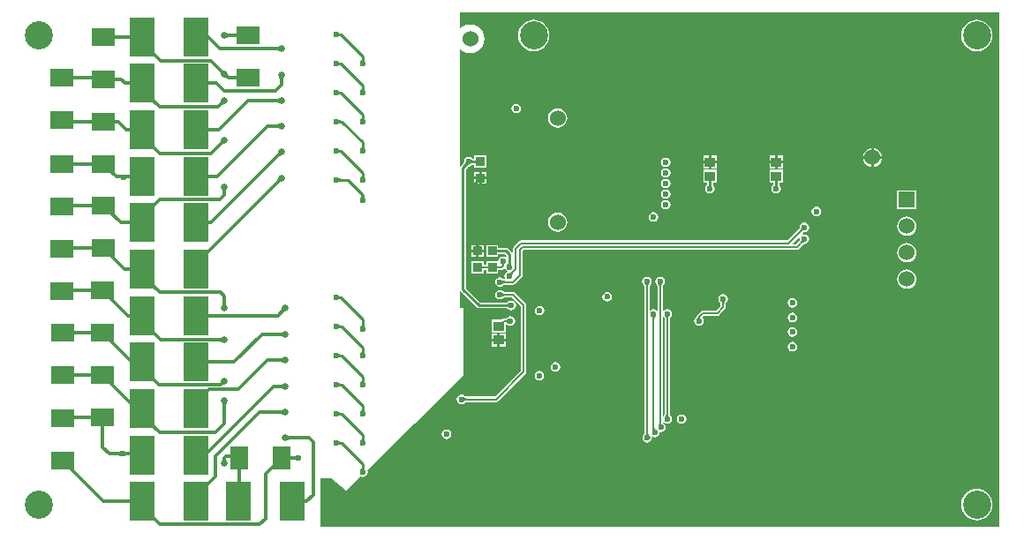
<source format=gbl>
G04 Layer_Physical_Order=4*
G04 Layer_Color=16711680*
%FSLAX25Y25*%
%MOIN*%
G70*
G01*
G75*
%ADD18R,0.03937X0.03543*%
%ADD20R,0.03347X0.03347*%
%ADD39C,0.00800*%
%ADD40C,0.01000*%
%ADD41C,0.01200*%
%ADD43C,0.06000*%
%ADD44C,0.10630*%
%ADD45R,0.06000X0.06000*%
%ADD46C,0.02600*%
%ADD47C,0.02362*%
%ADD48R,0.07000X0.08500*%
%ADD49R,0.08500X0.07000*%
%ADD50R,0.09646X0.14567*%
G36*
X132873Y56727D02*
X132883Y56613D01*
X132899Y56505D01*
X132922Y56402D01*
X132952Y56306D01*
X132988Y56215D01*
X133030Y56131D01*
X133079Y56052D01*
X133135Y55979D01*
X133197Y55912D01*
X131543D01*
X131605Y55979D01*
X131661Y56052D01*
X131710Y56131D01*
X131752Y56215D01*
X131788Y56306D01*
X131818Y56402D01*
X131841Y56505D01*
X131857Y56613D01*
X131867Y56727D01*
X131870Y56847D01*
X132870D01*
X132873Y56727D01*
D02*
G37*
G36*
X79852Y55266D02*
X79808Y55267D01*
X79757Y55256D01*
X79699Y55234D01*
X79635Y55201D01*
X79564Y55156D01*
X79486Y55099D01*
X79311Y54952D01*
X79108Y54760D01*
X78260Y55608D01*
X78362Y55713D01*
X78599Y55986D01*
X78656Y56064D01*
X78701Y56135D01*
X78734Y56199D01*
X78756Y56257D01*
X78767Y56308D01*
X78767Y56352D01*
X79852Y55266D01*
D02*
G37*
G36*
X123281Y55833D02*
X123354Y55778D01*
X123432Y55729D01*
X123517Y55686D01*
X123608Y55650D01*
X123704Y55621D01*
X123806Y55598D01*
X123915Y55582D01*
X124029Y55572D01*
X124149Y55568D01*
Y54568D01*
X124029Y54565D01*
X123915Y54555D01*
X123806Y54539D01*
X123704Y54516D01*
X123608Y54487D01*
X123517Y54451D01*
X123432Y54408D01*
X123354Y54359D01*
X123281Y54304D01*
X123214Y54242D01*
Y55895D01*
X123281Y55833D01*
D02*
G37*
G36*
X102072Y63421D02*
X102007Y63480D01*
X101934Y63532D01*
X101854Y63579D01*
X101765Y63619D01*
X101669Y63653D01*
X101564Y63681D01*
X101452Y63703D01*
X101331Y63718D01*
X101203Y63728D01*
X101067Y63731D01*
Y64931D01*
X101203Y64934D01*
X101452Y64959D01*
X101564Y64980D01*
X101669Y65008D01*
X101765Y65042D01*
X101854Y65083D01*
X101934Y65129D01*
X102007Y65182D01*
X102072Y65241D01*
Y63421D01*
D02*
G37*
G36*
X132873Y134227D02*
X132883Y134113D01*
X132899Y134005D01*
X132922Y133902D01*
X132952Y133806D01*
X132988Y133715D01*
X133030Y133631D01*
X133079Y133552D01*
X133135Y133479D01*
X133197Y133412D01*
X131543D01*
X131605Y133479D01*
X131661Y133552D01*
X131710Y133631D01*
X131752Y133715D01*
X131788Y133806D01*
X131818Y133902D01*
X131841Y134005D01*
X131857Y134113D01*
X131867Y134227D01*
X131870Y134347D01*
X132870D01*
X132873Y134227D01*
D02*
G37*
G36*
X42599Y134523D02*
X42648Y134507D01*
X42707Y134494D01*
X42776Y134482D01*
X42946Y134464D01*
X43158Y134454D01*
X43410Y134450D01*
X43863Y133250D01*
X43735Y133247D01*
X43511Y133224D01*
X43415Y133204D01*
X43328Y133178D01*
X43252Y133146D01*
X43186Y133108D01*
X43131Y133065D01*
X43086Y133015D01*
X43051Y132960D01*
X42000Y133990D01*
X40949Y132960D01*
X40914Y133015D01*
X40869Y133065D01*
X40814Y133108D01*
X40748Y133146D01*
X40672Y133178D01*
X40586Y133204D01*
X40489Y133224D01*
X40265Y133247D01*
X40137Y133250D01*
X40590Y134450D01*
X40842Y134454D01*
X41054Y134464D01*
X41224Y134482D01*
X41293Y134494D01*
X41352Y134507D01*
X41401Y134523D01*
X41439Y134540D01*
X42000Y133990D01*
X42561Y134540D01*
X42599Y134523D01*
D02*
G37*
G36*
X102072Y43751D02*
X102007Y43810D01*
X101934Y43863D01*
X101854Y43909D01*
X101765Y43950D01*
X101669Y43984D01*
X101564Y44012D01*
X101452Y44034D01*
X101331Y44049D01*
X101203Y44058D01*
X101067Y44061D01*
Y45261D01*
X101203Y45265D01*
X101452Y45289D01*
X101564Y45311D01*
X101669Y45339D01*
X101765Y45373D01*
X101854Y45413D01*
X101934Y45460D01*
X102007Y45513D01*
X102072Y45571D01*
Y43751D01*
D02*
G37*
G36*
X123281Y44833D02*
X123354Y44778D01*
X123432Y44729D01*
X123517Y44686D01*
X123608Y44650D01*
X123704Y44621D01*
X123806Y44598D01*
X123915Y44582D01*
X124029Y44572D01*
X124149Y44568D01*
Y43569D01*
X124029Y43565D01*
X123915Y43555D01*
X123806Y43539D01*
X123704Y43516D01*
X123608Y43487D01*
X123517Y43451D01*
X123432Y43408D01*
X123354Y43359D01*
X123281Y43304D01*
X123214Y43242D01*
Y44895D01*
X123281Y44833D01*
D02*
G37*
G36*
X103993Y35851D02*
X104066Y35798D01*
X104147Y35752D01*
X104235Y35712D01*
X104332Y35677D01*
X104436Y35650D01*
X104548Y35628D01*
X104669Y35612D01*
X104797Y35603D01*
X104933Y35600D01*
Y34400D01*
X104797Y34397D01*
X104548Y34372D01*
X104436Y34350D01*
X104332Y34323D01*
X104235Y34288D01*
X104147Y34248D01*
X104066Y34202D01*
X103993Y34149D01*
X103928Y34090D01*
Y35910D01*
X103993Y35851D01*
D02*
G37*
G36*
X102072Y53586D02*
X102007Y53645D01*
X101934Y53698D01*
X101854Y53744D01*
X101765Y53785D01*
X101669Y53819D01*
X101564Y53847D01*
X101452Y53868D01*
X101331Y53884D01*
X101203Y53893D01*
X101067Y53896D01*
Y55096D01*
X101203Y55099D01*
X101452Y55124D01*
X101564Y55146D01*
X101669Y55174D01*
X101765Y55208D01*
X101854Y55248D01*
X101934Y55295D01*
X102007Y55347D01*
X102072Y55406D01*
Y53586D01*
D02*
G37*
G36*
X80902Y48058D02*
X80850Y47985D01*
X80803Y47905D01*
X80763Y47816D01*
X80729Y47720D01*
X80701Y47615D01*
X80679Y47503D01*
X80664Y47382D01*
X80654Y47254D01*
X80651Y47118D01*
X79451D01*
X79448Y47254D01*
X79423Y47503D01*
X79402Y47615D01*
X79374Y47720D01*
X79340Y47816D01*
X79299Y47905D01*
X79253Y47985D01*
X79200Y48058D01*
X79141Y48123D01*
X80961D01*
X80902Y48058D01*
D02*
G37*
G36*
X132873Y45727D02*
X132883Y45613D01*
X132899Y45505D01*
X132922Y45402D01*
X132952Y45306D01*
X132988Y45215D01*
X133030Y45131D01*
X133079Y45052D01*
X133135Y44979D01*
X133197Y44912D01*
X131543D01*
X131605Y44979D01*
X131661Y45052D01*
X131710Y45131D01*
X131752Y45215D01*
X131788Y45306D01*
X131818Y45402D01*
X131841Y45505D01*
X131857Y45613D01*
X131867Y45727D01*
X131870Y45847D01*
X132870D01*
X132873Y45727D01*
D02*
G37*
G36*
X123281Y77833D02*
X123354Y77778D01*
X123432Y77729D01*
X123517Y77686D01*
X123608Y77650D01*
X123704Y77621D01*
X123806Y77598D01*
X123915Y77582D01*
X124029Y77572D01*
X124149Y77569D01*
Y76569D01*
X124029Y76565D01*
X123915Y76555D01*
X123806Y76539D01*
X123704Y76516D01*
X123608Y76487D01*
X123517Y76451D01*
X123432Y76408D01*
X123354Y76359D01*
X123281Y76304D01*
X123214Y76242D01*
Y77895D01*
X123281Y77833D01*
D02*
G37*
G36*
X102072Y73255D02*
X102007Y73314D01*
X101934Y73367D01*
X101854Y73413D01*
X101765Y73454D01*
X101669Y73488D01*
X101564Y73516D01*
X101452Y73537D01*
X101331Y73553D01*
X101203Y73562D01*
X101067Y73565D01*
Y74765D01*
X101203Y74769D01*
X101452Y74793D01*
X101564Y74815D01*
X101669Y74843D01*
X101765Y74877D01*
X101854Y74917D01*
X101934Y74964D01*
X102007Y75016D01*
X102072Y75075D01*
Y73255D01*
D02*
G37*
G36*
X132787Y126462D02*
X132797Y126348D01*
X132813Y126239D01*
X132836Y126137D01*
X132865Y126041D01*
X132901Y125950D01*
X132944Y125865D01*
X132993Y125786D01*
X133048Y125714D01*
X133110Y125647D01*
X131457D01*
X131519Y125714D01*
X131574Y125786D01*
X131623Y125865D01*
X131666Y125950D01*
X131702Y126041D01*
X131731Y126137D01*
X131754Y126239D01*
X131770Y126348D01*
X131780Y126462D01*
X131783Y126582D01*
X132783D01*
X132787Y126462D01*
D02*
G37*
G36*
X80603Y85797D02*
X80628Y85548D01*
X80650Y85436D01*
X80677Y85331D01*
X80712Y85235D01*
X80752Y85146D01*
X80798Y85066D01*
X80851Y84993D01*
X80910Y84928D01*
X79090D01*
X79149Y84993D01*
X79202Y85066D01*
X79248Y85146D01*
X79288Y85235D01*
X79322Y85331D01*
X79350Y85436D01*
X79372Y85548D01*
X79388Y85669D01*
X79397Y85797D01*
X79400Y85933D01*
X80600D01*
X80603Y85797D01*
D02*
G37*
G36*
X102987Y82700D02*
X102900Y82696D01*
X102811Y82682D01*
X102721Y82658D01*
X102630Y82623D01*
X102538Y82579D01*
X102444Y82525D01*
X102349Y82461D01*
X102253Y82387D01*
X102156Y82303D01*
X102057Y82209D01*
X101209Y83057D01*
X101303Y83156D01*
X101461Y83349D01*
X101525Y83444D01*
X101579Y83538D01*
X101623Y83630D01*
X101658Y83721D01*
X101682Y83811D01*
X101696Y83900D01*
X101700Y83987D01*
X102987Y82700D01*
D02*
G37*
G36*
X132873Y77727D02*
X132883Y77613D01*
X132899Y77505D01*
X132922Y77402D01*
X132952Y77306D01*
X132988Y77215D01*
X133030Y77131D01*
X133079Y77052D01*
X133135Y76979D01*
X133197Y76912D01*
X131543D01*
X131605Y76979D01*
X131661Y77052D01*
X131710Y77131D01*
X131752Y77215D01*
X131788Y77306D01*
X131818Y77402D01*
X131841Y77505D01*
X131857Y77613D01*
X131867Y77727D01*
X131870Y77847D01*
X132870D01*
X132873Y77727D01*
D02*
G37*
G36*
X123281Y66833D02*
X123354Y66778D01*
X123432Y66729D01*
X123517Y66686D01*
X123608Y66650D01*
X123704Y66621D01*
X123806Y66598D01*
X123915Y66582D01*
X124029Y66572D01*
X124149Y66568D01*
Y65569D01*
X124029Y65565D01*
X123915Y65555D01*
X123806Y65539D01*
X123704Y65516D01*
X123608Y65487D01*
X123517Y65451D01*
X123432Y65408D01*
X123354Y65359D01*
X123281Y65304D01*
X123214Y65242D01*
Y66895D01*
X123281Y66833D01*
D02*
G37*
G36*
X101487Y131780D02*
X101400Y131776D01*
X101311Y131762D01*
X101221Y131738D01*
X101130Y131704D01*
X101038Y131660D01*
X100944Y131606D01*
X100849Y131541D01*
X100753Y131467D01*
X100656Y131383D01*
X100557Y131289D01*
X99709Y132138D01*
X99803Y132236D01*
X99961Y132429D01*
X100025Y132524D01*
X100079Y132618D01*
X100124Y132710D01*
X100158Y132801D01*
X100182Y132891D01*
X100196Y132980D01*
X100200Y133067D01*
X101487Y131780D01*
D02*
G37*
G36*
X123281Y133333D02*
X123354Y133278D01*
X123432Y133229D01*
X123517Y133186D01*
X123608Y133150D01*
X123704Y133121D01*
X123806Y133098D01*
X123915Y133082D01*
X124029Y133072D01*
X124149Y133069D01*
Y132069D01*
X124029Y132065D01*
X123915Y132055D01*
X123806Y132039D01*
X123704Y132016D01*
X123608Y131987D01*
X123517Y131951D01*
X123432Y131908D01*
X123354Y131859D01*
X123281Y131804D01*
X123214Y131742D01*
Y133395D01*
X123281Y133333D01*
D02*
G37*
G36*
X78934Y71201D02*
X78873Y71264D01*
X78803Y71321D01*
X78726Y71371D01*
X78639Y71414D01*
X78545Y71450D01*
X78442Y71480D01*
X78331Y71504D01*
X78211Y71520D01*
X78083Y71530D01*
X77947Y71534D01*
X78037Y72733D01*
X78173Y72736D01*
X78423Y72759D01*
X78536Y72779D01*
X78642Y72804D01*
X78740Y72835D01*
X78830Y72872D01*
X78913Y72915D01*
X78988Y72963D01*
X79055Y73017D01*
X78934Y71201D01*
D02*
G37*
G36*
X80772Y128928D02*
X80720Y128855D01*
X80673Y128775D01*
X80633Y128686D01*
X80599Y128590D01*
X80571Y128485D01*
X80549Y128373D01*
X80534Y128252D01*
X80524Y128124D01*
X80521Y127988D01*
X79321D01*
X79318Y128124D01*
X79293Y128373D01*
X79272Y128485D01*
X79244Y128590D01*
X79210Y128686D01*
X79169Y128775D01*
X79123Y128855D01*
X79070Y128928D01*
X79011Y128993D01*
X80831D01*
X80772Y128928D01*
D02*
G37*
G36*
X132873Y67727D02*
X132883Y67613D01*
X132899Y67505D01*
X132922Y67402D01*
X132952Y67306D01*
X132988Y67215D01*
X133030Y67131D01*
X133079Y67052D01*
X133135Y66979D01*
X133197Y66912D01*
X131543D01*
X131605Y66979D01*
X131661Y67052D01*
X131710Y67131D01*
X131752Y67215D01*
X131788Y67306D01*
X131818Y67402D01*
X131841Y67505D01*
X131857Y67613D01*
X131867Y67727D01*
X131870Y67847D01*
X132870D01*
X132873Y67727D01*
D02*
G37*
G36*
X100572Y161410D02*
X100507Y161469D01*
X100434Y161522D01*
X100354Y161569D01*
X100265Y161609D01*
X100169Y161643D01*
X100064Y161671D01*
X99952Y161693D01*
X99831Y161708D01*
X99703Y161717D01*
X99567Y161721D01*
Y162920D01*
X99703Y162924D01*
X99952Y162948D01*
X100064Y162970D01*
X100169Y162998D01*
X100265Y163032D01*
X100354Y163072D01*
X100434Y163119D01*
X100507Y163172D01*
X100572Y163231D01*
Y161410D01*
D02*
G37*
G36*
X132873Y167227D02*
X132883Y167113D01*
X132899Y167005D01*
X132922Y166902D01*
X132952Y166806D01*
X132988Y166715D01*
X133030Y166631D01*
X133079Y166552D01*
X133135Y166479D01*
X133197Y166412D01*
X131543D01*
X131605Y166479D01*
X131661Y166552D01*
X131710Y166631D01*
X131752Y166715D01*
X131788Y166806D01*
X131818Y166902D01*
X131841Y167005D01*
X131857Y167113D01*
X131867Y167227D01*
X131870Y167347D01*
X132870D01*
X132873Y167227D01*
D02*
G37*
G36*
X102351Y171201D02*
X102298Y171129D01*
X102252Y171048D01*
X102212Y170959D01*
X102178Y170863D01*
X102150Y170758D01*
X102128Y170646D01*
X102112Y170526D01*
X102103Y170397D01*
X102100Y170261D01*
X100900D01*
X100897Y170397D01*
X100872Y170646D01*
X100850Y170758D01*
X100822Y170863D01*
X100788Y170959D01*
X100748Y171048D01*
X100702Y171129D01*
X100649Y171201D01*
X100590Y171266D01*
X102410D01*
X102351Y171201D01*
D02*
G37*
G36*
X132873Y156227D02*
X132883Y156113D01*
X132899Y156005D01*
X132922Y155902D01*
X132952Y155806D01*
X132988Y155715D01*
X133030Y155631D01*
X133079Y155552D01*
X133135Y155479D01*
X133197Y155412D01*
X131543D01*
X131605Y155479D01*
X131661Y155552D01*
X131710Y155631D01*
X131752Y155715D01*
X131788Y155806D01*
X131818Y155902D01*
X131841Y156005D01*
X131857Y156113D01*
X131867Y156227D01*
X131870Y156347D01*
X132870D01*
X132873Y156227D01*
D02*
G37*
G36*
X80654Y27294D02*
X80676Y27043D01*
X80695Y26932D01*
X80720Y26830D01*
X80751Y26737D01*
X80787Y26654D01*
X80828Y26580D01*
X80875Y26515D01*
X80928Y26460D01*
X79175D01*
X79227Y26515D01*
X79274Y26580D01*
X79316Y26654D01*
X79352Y26737D01*
X79382Y26830D01*
X79407Y26932D01*
X79426Y27043D01*
X79440Y27164D01*
X79451Y27433D01*
X80651D01*
X80654Y27294D01*
D02*
G37*
G36*
X80038Y161149D02*
X79951Y161145D01*
X79862Y161131D01*
X79772Y161107D01*
X79681Y161072D01*
X79589Y161028D01*
X79495Y160974D01*
X79400Y160910D01*
X79304Y160836D01*
X79207Y160752D01*
X79108Y160658D01*
X78260Y161506D01*
X78354Y161605D01*
X78512Y161798D01*
X78576Y161893D01*
X78631Y161986D01*
X78675Y162079D01*
X78709Y162170D01*
X78733Y162260D01*
X78747Y162348D01*
X78751Y162436D01*
X80038Y161149D01*
D02*
G37*
G36*
X132873Y178227D02*
X132883Y178113D01*
X132899Y178005D01*
X132922Y177902D01*
X132952Y177806D01*
X132988Y177715D01*
X133030Y177631D01*
X133079Y177552D01*
X133135Y177479D01*
X133197Y177412D01*
X131543D01*
X131605Y177479D01*
X131661Y177552D01*
X131710Y177631D01*
X131752Y177715D01*
X131788Y177806D01*
X131818Y177902D01*
X131841Y178005D01*
X131857Y178113D01*
X131867Y178227D01*
X131870Y178347D01*
X132870D01*
X132873Y178227D01*
D02*
G37*
G36*
X372812Y1304D02*
X116240Y1304D01*
Y19783D01*
X120194D01*
X126068Y15122D01*
X131523Y20492D01*
X131675Y20391D01*
X132370Y20253D01*
X133065Y20391D01*
X133654Y20784D01*
X134048Y21374D01*
X134186Y22069D01*
X134048Y22763D01*
X133962Y22892D01*
X170237Y58600D01*
X170237Y84250D01*
X169000D01*
X169000Y182016D01*
X169010Y182002D01*
X170130Y181143D01*
X171435Y180603D01*
X172835Y180418D01*
X174234Y180603D01*
X175539Y181143D01*
X176659Y182002D01*
X177518Y183123D01*
X178059Y184427D01*
X178243Y185827D01*
X178059Y187227D01*
X177518Y188531D01*
X176659Y189651D01*
X175539Y190511D01*
X174234Y191051D01*
X172835Y191235D01*
X171435Y191051D01*
X170130Y190511D01*
X169010Y189651D01*
X169000Y189638D01*
X169000Y195646D01*
X372812Y195646D01*
X372812Y1304D01*
D02*
G37*
G36*
X132873Y23727D02*
X132883Y23613D01*
X132899Y23505D01*
X132922Y23402D01*
X132952Y23306D01*
X132988Y23215D01*
X133030Y23131D01*
X133079Y23052D01*
X133135Y22979D01*
X133197Y22912D01*
X131543D01*
X131605Y22979D01*
X131661Y23052D01*
X131710Y23131D01*
X131752Y23215D01*
X131788Y23306D01*
X131818Y23402D01*
X131841Y23505D01*
X131857Y23613D01*
X131867Y23727D01*
X131870Y23847D01*
X132870D01*
X132873Y23727D01*
D02*
G37*
G36*
X100572Y181158D02*
X100507Y181217D01*
X100434Y181270D01*
X100354Y181317D01*
X100265Y181357D01*
X100169Y181391D01*
X100064Y181419D01*
X99952Y181441D01*
X99831Y181456D01*
X99703Y181465D01*
X99567Y181468D01*
Y182668D01*
X99703Y182672D01*
X99952Y182696D01*
X100064Y182718D01*
X100169Y182746D01*
X100265Y182780D01*
X100354Y182820D01*
X100434Y182867D01*
X100507Y182920D01*
X100572Y182978D01*
Y181158D01*
D02*
G37*
G36*
X81350Y172298D02*
X81362Y172223D01*
X81384Y172145D01*
X81417Y172064D01*
X81461Y171979D01*
X81516Y171891D01*
X81582Y171800D01*
X81658Y171705D01*
X81842Y171506D01*
X80994Y170658D01*
X80893Y170755D01*
X80700Y170918D01*
X80609Y170984D01*
X80521Y171039D01*
X80436Y171083D01*
X80355Y171116D01*
X80277Y171138D01*
X80203Y171150D01*
X80131Y171151D01*
X81349Y172369D01*
X81350Y172298D01*
D02*
G37*
G36*
X79207Y174146D02*
X79400Y173988D01*
X79495Y173924D01*
X79589Y173869D01*
X79681Y173825D01*
X79772Y173791D01*
X79862Y173767D01*
X79951Y173753D01*
X80038Y173749D01*
X78751Y172462D01*
X78747Y172549D01*
X78733Y172638D01*
X78709Y172728D01*
X78675Y172819D01*
X78631Y172911D01*
X78576Y173005D01*
X78512Y173100D01*
X78438Y173196D01*
X78354Y173293D01*
X78260Y173392D01*
X79108Y174240D01*
X79207Y174146D01*
D02*
G37*
G36*
X123281Y155333D02*
X123354Y155278D01*
X123432Y155229D01*
X123517Y155186D01*
X123608Y155150D01*
X123704Y155121D01*
X123806Y155098D01*
X123915Y155082D01*
X124029Y155072D01*
X124149Y155069D01*
Y154069D01*
X124029Y154065D01*
X123915Y154055D01*
X123806Y154039D01*
X123704Y154016D01*
X123608Y153987D01*
X123517Y153951D01*
X123432Y153908D01*
X123354Y153859D01*
X123281Y153804D01*
X123214Y153742D01*
Y155395D01*
X123281Y155333D01*
D02*
G37*
G36*
X40657Y28173D02*
X40608Y28216D01*
X40550Y28255D01*
X40484Y28289D01*
X40409Y28318D01*
X40325Y28343D01*
X40232Y28364D01*
X40131Y28380D01*
X40021Y28391D01*
X39774Y28400D01*
Y29600D01*
X39902Y29602D01*
X40131Y29620D01*
X40232Y29636D01*
X40325Y29657D01*
X40409Y29682D01*
X40484Y29711D01*
X40550Y29745D01*
X40608Y29784D01*
X40657Y29827D01*
Y28173D01*
D02*
G37*
G36*
X81044Y187902D02*
X81117Y187850D01*
X81198Y187803D01*
X81286Y187763D01*
X81383Y187729D01*
X81487Y187701D01*
X81600Y187679D01*
X81720Y187664D01*
X81848Y187654D01*
X81984Y187651D01*
Y186451D01*
X81848Y186448D01*
X81600Y186423D01*
X81487Y186402D01*
X81383Y186374D01*
X81286Y186340D01*
X81198Y186299D01*
X81117Y186253D01*
X81044Y186200D01*
X80980Y186141D01*
Y187961D01*
X81044Y187902D01*
D02*
G37*
G36*
X42392Y29784D02*
X42450Y29745D01*
X42516Y29711D01*
X42591Y29682D01*
X42675Y29657D01*
X42768Y29636D01*
X42869Y29620D01*
X42979Y29609D01*
X43226Y29600D01*
Y28400D01*
X43098Y28398D01*
X42869Y28380D01*
X42768Y28364D01*
X42675Y28343D01*
X42591Y28318D01*
X42516Y28289D01*
X42450Y28255D01*
X42392Y28216D01*
X42344Y28173D01*
Y29827D01*
X42392Y29784D01*
D02*
G37*
G36*
X123281Y33833D02*
X123354Y33778D01*
X123432Y33729D01*
X123517Y33686D01*
X123608Y33650D01*
X123704Y33621D01*
X123806Y33598D01*
X123915Y33582D01*
X124029Y33572D01*
X124149Y33569D01*
Y32568D01*
X124029Y32565D01*
X123915Y32555D01*
X123806Y32539D01*
X123704Y32516D01*
X123608Y32487D01*
X123517Y32451D01*
X123432Y32408D01*
X123354Y32359D01*
X123281Y32304D01*
X123214Y32242D01*
Y33895D01*
X123281Y33833D01*
D02*
G37*
G36*
X101487Y141654D02*
X101400Y141650D01*
X101311Y141636D01*
X101221Y141612D01*
X101130Y141578D01*
X101038Y141534D01*
X100944Y141480D01*
X100849Y141416D01*
X100753Y141341D01*
X100656Y141257D01*
X100557Y141163D01*
X99709Y142012D01*
X99803Y142110D01*
X99961Y142303D01*
X100025Y142398D01*
X100079Y142492D01*
X100124Y142584D01*
X100158Y142675D01*
X100182Y142765D01*
X100196Y142854D01*
X100200Y142941D01*
X101487Y141654D01*
D02*
G37*
G36*
X132873Y145227D02*
X132883Y145113D01*
X132899Y145005D01*
X132922Y144902D01*
X132952Y144806D01*
X132988Y144715D01*
X133030Y144631D01*
X133079Y144552D01*
X133135Y144479D01*
X133197Y144412D01*
X131543D01*
X131605Y144479D01*
X131661Y144552D01*
X131710Y144631D01*
X131752Y144715D01*
X131788Y144806D01*
X131818Y144902D01*
X131841Y145005D01*
X131857Y145113D01*
X131867Y145227D01*
X131870Y145347D01*
X132870D01*
X132873Y145227D01*
D02*
G37*
G36*
X107157Y26673D02*
X107108Y26716D01*
X107050Y26755D01*
X106984Y26789D01*
X106909Y26818D01*
X106825Y26843D01*
X106732Y26864D01*
X106631Y26880D01*
X106521Y26891D01*
X106274Y26900D01*
Y28100D01*
X106402Y28102D01*
X106631Y28120D01*
X106732Y28136D01*
X106825Y28157D01*
X106909Y28182D01*
X106984Y28211D01*
X107050Y28245D01*
X107108Y28284D01*
X107157Y28327D01*
Y26673D01*
D02*
G37*
G36*
X132873Y34727D02*
X132883Y34613D01*
X132899Y34505D01*
X132922Y34402D01*
X132952Y34306D01*
X132988Y34215D01*
X133030Y34131D01*
X133079Y34052D01*
X133135Y33979D01*
X133197Y33912D01*
X131543D01*
X131605Y33979D01*
X131661Y34052D01*
X131710Y34131D01*
X131752Y34215D01*
X131788Y34306D01*
X131818Y34402D01*
X131841Y34505D01*
X131857Y34613D01*
X131867Y34727D01*
X131870Y34847D01*
X132870D01*
X132873Y34727D01*
D02*
G37*
G36*
X80038Y146251D02*
X79951Y146247D01*
X79862Y146233D01*
X79772Y146209D01*
X79681Y146175D01*
X79589Y146131D01*
X79495Y146076D01*
X79400Y146012D01*
X79304Y145938D01*
X79207Y145854D01*
X79108Y145760D01*
X78260Y146608D01*
X78354Y146707D01*
X78512Y146900D01*
X78576Y146995D01*
X78631Y147089D01*
X78675Y147181D01*
X78709Y147272D01*
X78733Y147362D01*
X78747Y147451D01*
X78751Y147538D01*
X80038Y146251D01*
D02*
G37*
G36*
X100572Y151918D02*
X100507Y151977D01*
X100434Y152030D01*
X100354Y152076D01*
X100265Y152117D01*
X100169Y152151D01*
X100064Y152179D01*
X99952Y152200D01*
X99831Y152216D01*
X99703Y152225D01*
X99567Y152228D01*
Y153428D01*
X99703Y153431D01*
X99952Y153456D01*
X100064Y153478D01*
X100169Y153506D01*
X100265Y153540D01*
X100354Y153580D01*
X100434Y153627D01*
X100507Y153679D01*
X100572Y153738D01*
Y151918D01*
D02*
G37*
%LPC*%
G36*
X224606Y90103D02*
X223911Y89965D01*
X223322Y89571D01*
X222929Y88982D01*
X222790Y88287D01*
X222929Y87592D01*
X223322Y87003D01*
X223911Y86610D01*
X224606Y86471D01*
X225301Y86610D01*
X225890Y87003D01*
X226284Y87592D01*
X226422Y88287D01*
X226284Y88982D01*
X225890Y89571D01*
X225301Y89965D01*
X224606Y90103D01*
D02*
G37*
G36*
X337685Y98631D02*
X336745Y98507D01*
X335870Y98145D01*
X335118Y97568D01*
X334541Y96816D01*
X334178Y95940D01*
X334054Y95000D01*
X334178Y94060D01*
X334541Y93185D01*
X335118Y92432D01*
X335870Y91855D01*
X336745Y91493D01*
X337685Y91369D01*
X338625Y91493D01*
X339501Y91855D01*
X340253Y92432D01*
X340830Y93185D01*
X341192Y94060D01*
X341316Y95000D01*
X341192Y95940D01*
X340830Y96816D01*
X340253Y97568D01*
X339501Y98145D01*
X338625Y98507D01*
X337685Y98631D01*
D02*
G37*
G36*
X364173Y15786D02*
X363014Y15672D01*
X361899Y15334D01*
X360871Y14784D01*
X359970Y14045D01*
X359231Y13145D01*
X358682Y12117D01*
X358344Y11002D01*
X358230Y9843D01*
X358344Y8683D01*
X358682Y7568D01*
X359231Y6540D01*
X359970Y5640D01*
X360871Y4901D01*
X361899Y4351D01*
X363014Y4013D01*
X364173Y3899D01*
X365333Y4013D01*
X366448Y4351D01*
X367475Y4901D01*
X368376Y5640D01*
X369115Y6540D01*
X369664Y7568D01*
X370003Y8683D01*
X370117Y9843D01*
X370003Y11002D01*
X369664Y12117D01*
X369115Y13145D01*
X368376Y14045D01*
X367475Y14784D01*
X366448Y15334D01*
X365333Y15672D01*
X364173Y15786D01*
D02*
G37*
G36*
X268406Y89414D02*
X267711Y89276D01*
X267121Y88882D01*
X266728Y88293D01*
X266589Y87598D01*
X266728Y86904D01*
X267084Y86370D01*
X267109Y86307D01*
X267174Y86238D01*
X267216Y86187D01*
X267251Y86138D01*
X267280Y86089D01*
X267303Y86041D01*
X267322Y85993D01*
X267336Y85944D01*
X267347Y85893D01*
X267353Y85838D01*
X267357Y85753D01*
X267386Y85690D01*
Y84773D01*
X265818Y83205D01*
X260630D01*
X260240Y83127D01*
X259909Y82906D01*
X258531Y81528D01*
X258310Y81197D01*
X258263Y80962D01*
X258203Y80830D01*
X258197Y80651D01*
X258192Y80604D01*
X258186Y80566D01*
X258185Y80563D01*
X257968Y80418D01*
X257574Y79829D01*
X257436Y79134D01*
X257574Y78439D01*
X257968Y77850D01*
X258557Y77456D01*
X259252Y77318D01*
X259947Y77456D01*
X260536Y77850D01*
X260930Y78439D01*
X261068Y79134D01*
X260930Y79829D01*
X260536Y80418D01*
X260397Y80511D01*
X261052Y81165D01*
X266240D01*
X266630Y81243D01*
X266961Y81464D01*
X269127Y83629D01*
X269348Y83960D01*
X269425Y84350D01*
Y85690D01*
X269455Y85753D01*
X269458Y85838D01*
X269464Y85893D01*
X269475Y85944D01*
X269489Y85993D01*
X269508Y86041D01*
X269531Y86089D01*
X269560Y86138D01*
X269595Y86187D01*
X269637Y86238D01*
X269702Y86307D01*
X269727Y86370D01*
X270083Y86904D01*
X270221Y87598D01*
X270083Y88293D01*
X269690Y88882D01*
X269100Y89276D01*
X268406Y89414D01*
D02*
G37*
G36*
X244587Y95812D02*
X243892Y95674D01*
X243302Y95280D01*
X242909Y94691D01*
X242771Y93996D01*
X242909Y93301D01*
X243265Y92768D01*
X243290Y92704D01*
X243355Y92636D01*
X243397Y92585D01*
X243432Y92535D01*
X243461Y92487D01*
X243484Y92439D01*
X243503Y92391D01*
X243517Y92342D01*
X243528Y92290D01*
X243534Y92235D01*
X243538Y92151D01*
X243567Y92087D01*
X243567Y82939D01*
X243410Y83174D01*
X242821Y83568D01*
X242126Y83706D01*
X241431Y83568D01*
X240842Y83174D01*
X240685Y82939D01*
X240685Y92129D01*
X240714Y92193D01*
X240717Y92278D01*
X240724Y92337D01*
X240735Y92394D01*
X240750Y92450D01*
X240769Y92506D01*
X240794Y92562D01*
X240824Y92619D01*
X240860Y92678D01*
X240903Y92738D01*
X240965Y92815D01*
X241002Y92937D01*
X241245Y93301D01*
X241383Y93996D01*
X241245Y94691D01*
X240851Y95280D01*
X240262Y95674D01*
X239567Y95812D01*
X238872Y95674D01*
X238283Y95280D01*
X237889Y94691D01*
X237751Y93996D01*
X237889Y93301D01*
X238283Y92712D01*
X238349Y92668D01*
X238380Y92603D01*
X238447Y92543D01*
X238487Y92501D01*
X238519Y92461D01*
X238545Y92422D01*
X238566Y92383D01*
X238583Y92343D01*
X238597Y92301D01*
X238607Y92254D01*
X238613Y92203D01*
X238616Y92119D01*
X238623Y92104D01*
X238618Y92088D01*
X238646Y92036D01*
Y36907D01*
X238616Y36842D01*
X238613Y36757D01*
X238607Y36699D01*
X238596Y36642D01*
X238581Y36586D01*
X238561Y36530D01*
X238537Y36473D01*
X238507Y36416D01*
X238471Y36357D01*
X238428Y36297D01*
X238365Y36220D01*
X238329Y36098D01*
X238086Y35734D01*
X237948Y35039D01*
X238086Y34344D01*
X238480Y33755D01*
X239069Y33362D01*
X239764Y33223D01*
X240459Y33362D01*
X241048Y33755D01*
X241441Y34344D01*
X241580Y35039D01*
X241476Y35563D01*
X241825Y35330D01*
X242520Y35192D01*
X243215Y35330D01*
X243804Y35724D01*
X244197Y36313D01*
X244336Y37008D01*
X244282Y37280D01*
X244282D01*
X244282Y37280D01*
X244282Y37280D01*
Y37280D01*
X244882Y37160D01*
X245577Y37299D01*
X246166Y37692D01*
X246560Y38281D01*
X246698Y38976D01*
X246560Y39671D01*
X246166Y40260D01*
X245895Y40442D01*
X245821Y40547D01*
X245756Y40589D01*
X245726Y40612D01*
X245704Y40634D01*
X245688Y40654D01*
X245675Y40674D01*
X245664Y40697D01*
X245654Y40724D01*
X245645Y40760D01*
X245639Y40806D01*
X245636Y40889D01*
X245606Y40952D01*
Y40984D01*
X245613Y41035D01*
X245606Y41043D01*
X245606Y41371D01*
X245960Y40842D01*
X246549Y40448D01*
X247244Y40310D01*
X247939Y40448D01*
X248528Y40842D01*
X248922Y41431D01*
X249060Y42126D01*
X248922Y42821D01*
X248565Y43355D01*
X248541Y43418D01*
X248476Y43486D01*
X248434Y43537D01*
X248399Y43587D01*
X248370Y43635D01*
X248346Y43683D01*
X248328Y43731D01*
X248313Y43780D01*
X248303Y43832D01*
X248296Y43887D01*
X248293Y43971D01*
X248264Y44035D01*
Y79981D01*
X248293Y80045D01*
X248296Y80129D01*
X248303Y80184D01*
X248313Y80236D01*
X248328Y80285D01*
X248346Y80333D01*
X248370Y80381D01*
X248399Y80429D01*
X248434Y80479D01*
X248476Y80530D01*
X248541Y80598D01*
X248565Y80661D01*
X248922Y81195D01*
X249060Y81890D01*
X248922Y82585D01*
X248528Y83174D01*
X247939Y83568D01*
X247244Y83706D01*
X246549Y83568D01*
X245960Y83174D01*
X245606Y82644D01*
X245606Y92087D01*
X245636Y92151D01*
X245639Y92235D01*
X245645Y92290D01*
X245656Y92342D01*
X245670Y92391D01*
X245689Y92439D01*
X245712Y92487D01*
X245741Y92536D01*
X245776Y92585D01*
X245818Y92636D01*
X245883Y92704D01*
X245908Y92768D01*
X246264Y93301D01*
X246403Y93996D01*
X246264Y94691D01*
X245871Y95280D01*
X245282Y95674D01*
X244587Y95812D01*
D02*
G37*
G36*
X294500Y87816D02*
X293805Y87678D01*
X293216Y87284D01*
X292822Y86695D01*
X292684Y86000D01*
X292822Y85305D01*
X293216Y84716D01*
X293805Y84322D01*
X294500Y84184D01*
X295195Y84322D01*
X295784Y84716D01*
X296178Y85305D01*
X296316Y86000D01*
X296178Y86695D01*
X295784Y87284D01*
X295195Y87678D01*
X294500Y87816D01*
D02*
G37*
G36*
X199122Y84916D02*
X198427Y84778D01*
X197838Y84384D01*
X197444Y83795D01*
X197306Y83100D01*
X197444Y82405D01*
X197838Y81816D01*
X198427Y81422D01*
X199122Y81284D01*
X199817Y81422D01*
X200406Y81816D01*
X200800Y82405D01*
X200938Y83100D01*
X200800Y83795D01*
X200406Y84384D01*
X199817Y84778D01*
X199122Y84916D01*
D02*
G37*
G36*
X188075Y80963D02*
X187380Y80825D01*
X186846Y80468D01*
X186783Y80444D01*
X186715Y80379D01*
X186664Y80337D01*
X186614Y80302D01*
X186566Y80273D01*
X186518Y80250D01*
X186470Y80231D01*
X186421Y80216D01*
X186369Y80206D01*
X186314Y80199D01*
X186230Y80196D01*
X186166Y80167D01*
X185512D01*
X185122Y80089D01*
X184791Y79868D01*
X184552Y79629D01*
X181053D01*
Y74886D01*
X186190D01*
Y78116D01*
X186230Y78098D01*
X186314Y78095D01*
X186369Y78088D01*
X186421Y78078D01*
X186470Y78063D01*
X186518Y78045D01*
X186566Y78022D01*
X186614Y77993D01*
X186664Y77958D01*
X186715Y77916D01*
X186783Y77850D01*
X186846Y77826D01*
X187380Y77469D01*
X188075Y77331D01*
X188770Y77469D01*
X189359Y77863D01*
X189753Y78452D01*
X189891Y79147D01*
X189753Y79842D01*
X189359Y80431D01*
X188770Y80825D01*
X188075Y80963D01*
D02*
G37*
G36*
X294500Y82316D02*
X293805Y82178D01*
X293216Y81784D01*
X292822Y81195D01*
X292684Y80500D01*
X292822Y79805D01*
X293216Y79216D01*
X293805Y78822D01*
X294500Y78684D01*
X295195Y78822D01*
X295784Y79216D01*
X296178Y79805D01*
X296316Y80500D01*
X296178Y81195D01*
X295784Y81784D01*
X295195Y82178D01*
X294500Y82316D01*
D02*
G37*
G36*
X199000Y60316D02*
X198305Y60178D01*
X197716Y59784D01*
X197322Y59195D01*
X197184Y58500D01*
X197322Y57805D01*
X197716Y57216D01*
X198305Y56822D01*
X199000Y56684D01*
X199695Y56822D01*
X200284Y57216D01*
X200678Y57805D01*
X200816Y58500D01*
X200678Y59195D01*
X200284Y59784D01*
X199695Y60178D01*
X199000Y60316D01*
D02*
G37*
G36*
X205118Y63627D02*
X204423Y63489D01*
X203834Y63095D01*
X203440Y62506D01*
X203302Y61811D01*
X203440Y61116D01*
X203834Y60527D01*
X204423Y60133D01*
X205118Y59995D01*
X205813Y60133D01*
X206402Y60527D01*
X206796Y61116D01*
X206934Y61811D01*
X206796Y62506D01*
X206402Y63095D01*
X205813Y63489D01*
X205118Y63627D01*
D02*
G37*
G36*
X184122Y90916D02*
X183427Y90778D01*
X182838Y90384D01*
X182444Y89795D01*
X182306Y89100D01*
X182444Y88405D01*
X182838Y87816D01*
X183427Y87422D01*
X184122Y87284D01*
X184817Y87422D01*
X185351Y87779D01*
X185414Y87803D01*
X185482Y87868D01*
X185533Y87910D01*
X185583Y87945D01*
X185631Y87974D01*
X185679Y87998D01*
X185727Y88016D01*
X185776Y88031D01*
X185828Y88041D01*
X185883Y88048D01*
X185967Y88051D01*
X186031Y88080D01*
X188700D01*
X192102Y84678D01*
Y60522D01*
X182200Y50620D01*
X171531D01*
X171467Y50649D01*
X171383Y50652D01*
X171328Y50659D01*
X171276Y50669D01*
X171227Y50684D01*
X171179Y50702D01*
X171131Y50726D01*
X171083Y50754D01*
X171033Y50789D01*
X170982Y50832D01*
X170914Y50897D01*
X170851Y50921D01*
X170317Y51278D01*
X169622Y51416D01*
X168927Y51278D01*
X168338Y50884D01*
X167944Y50295D01*
X167806Y49600D01*
X167944Y48905D01*
X168338Y48316D01*
X168927Y47922D01*
X169622Y47784D01*
X170317Y47922D01*
X170851Y48279D01*
X170914Y48303D01*
X170982Y48368D01*
X171033Y48410D01*
X171083Y48445D01*
X171131Y48474D01*
X171179Y48498D01*
X171227Y48516D01*
X171276Y48531D01*
X171328Y48541D01*
X171383Y48548D01*
X171467Y48551D01*
X171531Y48580D01*
X182622D01*
X183012Y48658D01*
X183343Y48879D01*
X193843Y59379D01*
X194064Y59710D01*
X194142Y60100D01*
Y85100D01*
X194064Y85490D01*
X193843Y85821D01*
X189843Y89821D01*
X189512Y90042D01*
X189122Y90120D01*
X186031D01*
X185967Y90149D01*
X185883Y90152D01*
X185828Y90159D01*
X185776Y90169D01*
X185727Y90184D01*
X185679Y90202D01*
X185631Y90226D01*
X185583Y90254D01*
X185533Y90289D01*
X185482Y90332D01*
X185414Y90397D01*
X185351Y90421D01*
X184817Y90778D01*
X184122Y90916D01*
D02*
G37*
G36*
X163878Y38189D02*
X163183Y38051D01*
X162594Y37657D01*
X162200Y37068D01*
X162062Y36373D01*
X162200Y35678D01*
X162594Y35089D01*
X163183Y34695D01*
X163878Y34557D01*
X164573Y34695D01*
X165162Y35089D01*
X165556Y35678D01*
X165694Y36373D01*
X165556Y37068D01*
X165162Y37657D01*
X164573Y38051D01*
X163878Y38189D01*
D02*
G37*
G36*
X252756Y43942D02*
X252061Y43804D01*
X251472Y43410D01*
X251078Y42821D01*
X250940Y42126D01*
X251078Y41431D01*
X251472Y40842D01*
X252061Y40448D01*
X252756Y40310D01*
X253451Y40448D01*
X254040Y40842D01*
X254434Y41431D01*
X254572Y42126D01*
X254434Y42821D01*
X254040Y43410D01*
X253451Y43804D01*
X252756Y43942D01*
D02*
G37*
G36*
X294500Y71316D02*
X293805Y71178D01*
X293216Y70784D01*
X292822Y70195D01*
X292684Y69500D01*
X292822Y68805D01*
X293216Y68216D01*
X293805Y67822D01*
X294500Y67684D01*
X295195Y67822D01*
X295784Y68216D01*
X296178Y68805D01*
X296316Y69500D01*
X296178Y70195D01*
X295784Y70784D01*
X295195Y71178D01*
X294500Y71316D01*
D02*
G37*
G36*
X186190Y74314D02*
X184122D01*
Y72443D01*
X186190D01*
Y74314D01*
D02*
G37*
G36*
X294500Y76816D02*
X293805Y76678D01*
X293216Y76284D01*
X292822Y75695D01*
X292684Y75000D01*
X292822Y74305D01*
X293216Y73716D01*
X293805Y73322D01*
X294500Y73184D01*
X295195Y73322D01*
X295784Y73716D01*
X296178Y74305D01*
X296316Y75000D01*
X296178Y75695D01*
X295784Y76284D01*
X295195Y76678D01*
X294500Y76816D01*
D02*
G37*
G36*
X183122Y74314D02*
X181053D01*
Y72443D01*
X183122D01*
Y74314D01*
D02*
G37*
G36*
Y71443D02*
X181053D01*
Y69571D01*
X183122D01*
Y71443D01*
D02*
G37*
G36*
X186190D02*
X184122D01*
Y69571D01*
X186190D01*
Y71443D01*
D02*
G37*
G36*
X341285Y128600D02*
X334085D01*
Y121400D01*
X341285D01*
Y128600D01*
D02*
G37*
G36*
X246685Y124916D02*
X245990Y124778D01*
X245401Y124384D01*
X245007Y123795D01*
X244869Y123100D01*
X245007Y122405D01*
X245401Y121816D01*
X245990Y121422D01*
X246685Y121284D01*
X247380Y121422D01*
X247969Y121816D01*
X248363Y122405D01*
X248501Y123100D01*
X248363Y123795D01*
X247969Y124384D01*
X247380Y124778D01*
X246685Y124916D01*
D02*
G37*
G36*
Y128916D02*
X245990Y128778D01*
X245401Y128384D01*
X245007Y127795D01*
X244869Y127100D01*
X245007Y126405D01*
X245401Y125816D01*
X245990Y125422D01*
X246685Y125284D01*
X247380Y125422D01*
X247969Y125816D01*
X248363Y126405D01*
X248501Y127100D01*
X248363Y127795D01*
X247969Y128384D01*
X247380Y128778D01*
X246685Y128916D01*
D02*
G37*
G36*
X290990Y136314D02*
X285854D01*
Y131571D01*
X287300D01*
Y130958D01*
X287273Y130896D01*
X287270Y130795D01*
X287264Y130721D01*
X287254Y130656D01*
X287241Y130600D01*
X287227Y130552D01*
X287211Y130513D01*
X287195Y130480D01*
X287178Y130453D01*
X287160Y130429D01*
X287119Y130385D01*
X287095Y130319D01*
X286744Y129795D01*
X286606Y129100D01*
X286744Y128405D01*
X287138Y127816D01*
X287727Y127422D01*
X288422Y127284D01*
X289117Y127422D01*
X289706Y127816D01*
X290100Y128405D01*
X290238Y129100D01*
X290100Y129795D01*
X289750Y130319D01*
X289725Y130385D01*
X289684Y130429D01*
X289666Y130453D01*
X289649Y130480D01*
X289633Y130513D01*
X289617Y130552D01*
X289603Y130600D01*
X289590Y130656D01*
X289580Y130721D01*
X289574Y130795D01*
X289571Y130896D01*
X289544Y130958D01*
Y131571D01*
X290990D01*
Y136314D01*
D02*
G37*
G36*
X265990D02*
X260854D01*
Y131571D01*
X262300D01*
Y130958D01*
X262273Y130896D01*
X262270Y130795D01*
X262264Y130721D01*
X262254Y130656D01*
X262241Y130600D01*
X262227Y130552D01*
X262211Y130513D01*
X262195Y130480D01*
X262178Y130453D01*
X262160Y130429D01*
X262119Y130385D01*
X262095Y130319D01*
X261744Y129795D01*
X261606Y129100D01*
X261744Y128405D01*
X262138Y127816D01*
X262727Y127422D01*
X263422Y127284D01*
X264117Y127422D01*
X264706Y127816D01*
X265100Y128405D01*
X265238Y129100D01*
X265100Y129795D01*
X264750Y130319D01*
X264725Y130385D01*
X264684Y130429D01*
X264666Y130453D01*
X264649Y130480D01*
X264633Y130513D01*
X264617Y130552D01*
X264603Y130600D01*
X264590Y130656D01*
X264580Y130721D01*
X264574Y130795D01*
X264571Y130896D01*
X264544Y130958D01*
Y131571D01*
X265990D01*
Y136314D01*
D02*
G37*
G36*
X205906Y120167D02*
X204966Y120043D01*
X204090Y119680D01*
X203338Y119103D01*
X202761Y118351D01*
X202398Y117475D01*
X202274Y116535D01*
X202398Y115596D01*
X202761Y114720D01*
X203338Y113968D01*
X204090Y113391D01*
X204966Y113028D01*
X205906Y112904D01*
X206845Y113028D01*
X207721Y113391D01*
X208473Y113968D01*
X209050Y114720D01*
X209413Y115596D01*
X209537Y116535D01*
X209413Y117475D01*
X209050Y118351D01*
X208473Y119103D01*
X207721Y119680D01*
X206845Y120043D01*
X205906Y120167D01*
D02*
G37*
G36*
X262922Y141629D02*
X260854D01*
Y139758D01*
X262922D01*
Y141629D01*
D02*
G37*
G36*
X246685Y140916D02*
X245990Y140778D01*
X245401Y140384D01*
X245007Y139795D01*
X244869Y139100D01*
X245007Y138405D01*
X245401Y137816D01*
X245990Y137422D01*
X246685Y137284D01*
X247380Y137422D01*
X247969Y137816D01*
X248363Y138405D01*
X248501Y139100D01*
X248363Y139795D01*
X247969Y140384D01*
X247380Y140778D01*
X246685Y140916D01*
D02*
G37*
G36*
X303622Y122416D02*
X302927Y122278D01*
X302338Y121884D01*
X301944Y121295D01*
X301806Y120600D01*
X301944Y119905D01*
X302338Y119316D01*
X302927Y118922D01*
X303622Y118784D01*
X304317Y118922D01*
X304906Y119316D01*
X305300Y119905D01*
X305438Y120600D01*
X305300Y121295D01*
X304906Y121884D01*
X304317Y122278D01*
X303622Y122416D01*
D02*
G37*
G36*
X242126Y120320D02*
X241431Y120182D01*
X240842Y119788D01*
X240448Y119199D01*
X240310Y118504D01*
X240448Y117809D01*
X240842Y117220D01*
X241431Y116826D01*
X242126Y116688D01*
X242821Y116826D01*
X243410Y117220D01*
X243804Y117809D01*
X243942Y118504D01*
X243804Y119199D01*
X243410Y119788D01*
X242821Y120182D01*
X242126Y120320D01*
D02*
G37*
G36*
X176200Y135522D02*
X174427D01*
Y133749D01*
X176200D01*
Y135522D01*
D02*
G37*
G36*
X246685Y136916D02*
X245990Y136778D01*
X245401Y136384D01*
X245007Y135795D01*
X244869Y135100D01*
X245007Y134405D01*
X245401Y133816D01*
X245990Y133422D01*
X246685Y133284D01*
X247380Y133422D01*
X247969Y133816D01*
X248363Y134405D01*
X248501Y135100D01*
X248363Y135795D01*
X247969Y136384D01*
X247380Y136778D01*
X246685Y136916D01*
D02*
G37*
G36*
X178973Y135522D02*
X177200D01*
Y133749D01*
X178973D01*
Y135522D01*
D02*
G37*
G36*
X265990Y138758D02*
X263922D01*
Y136886D01*
X265990D01*
Y138758D01*
D02*
G37*
G36*
X262922D02*
X260854D01*
Y136886D01*
X262922D01*
Y138758D01*
D02*
G37*
G36*
X290990D02*
X288922D01*
Y136886D01*
X290990D01*
Y138758D01*
D02*
G37*
G36*
X246685Y132916D02*
X245990Y132778D01*
X245401Y132384D01*
X245007Y131795D01*
X244869Y131100D01*
X245007Y130405D01*
X245401Y129816D01*
X245990Y129422D01*
X246685Y129284D01*
X247380Y129422D01*
X247969Y129816D01*
X248363Y130405D01*
X248501Y131100D01*
X248363Y131795D01*
X247969Y132384D01*
X247380Y132778D01*
X246685Y132916D01*
D02*
G37*
G36*
X287922Y138758D02*
X285854D01*
Y136886D01*
X287922D01*
Y138758D01*
D02*
G37*
G36*
X178973Y132749D02*
X177200D01*
Y130976D01*
X178973D01*
Y132749D01*
D02*
G37*
G36*
X176200D02*
X174427D01*
Y130976D01*
X176200D01*
Y132749D01*
D02*
G37*
G36*
X299122Y116416D02*
X298427Y116278D01*
X297838Y115884D01*
X297444Y115295D01*
X297319Y114665D01*
X297292Y114604D01*
X297289Y114509D01*
X297283Y114443D01*
X297273Y114383D01*
X297259Y114329D01*
X297242Y114278D01*
X297221Y114231D01*
X297196Y114186D01*
X297167Y114143D01*
X297133Y114099D01*
X297076Y114037D01*
X297051Y113971D01*
X292700Y109620D01*
X192122D01*
X191732Y109542D01*
X191401Y109321D01*
X189401Y107321D01*
X189180Y106990D01*
X189102Y106600D01*
X189102Y100880D01*
X189098Y100891D01*
X189058Y100935D01*
X189040Y100959D01*
X189023Y100986D01*
X189006Y101019D01*
X188990Y101059D01*
X188976Y101106D01*
X188963Y101162D01*
X188954Y101227D01*
X188947Y101302D01*
X188944Y101403D01*
X188917Y101465D01*
Y104331D01*
X188917Y104331D01*
X188831Y104760D01*
X188588Y105124D01*
X187268Y106444D01*
X186904Y106687D01*
X186475Y106773D01*
X186475Y106773D01*
X183458D01*
Y107924D01*
X178912D01*
Y103378D01*
X183458D01*
Y104530D01*
X186010D01*
X186674Y103866D01*
X186674Y102866D01*
X186536Y103071D01*
X185947Y103465D01*
X185252Y103603D01*
X184557Y103465D01*
X183968Y103071D01*
X183574Y102482D01*
X183443Y101822D01*
X178912D01*
Y100568D01*
X177895D01*
Y101822D01*
X173349D01*
Y97276D01*
X177895D01*
Y98529D01*
X178912D01*
Y97276D01*
X183458D01*
Y98529D01*
X184588D01*
X184978Y98607D01*
X185309Y98828D01*
X185973Y99492D01*
X185995Y99525D01*
X186117Y98911D01*
X186511Y98322D01*
X187096Y97931D01*
X186827Y97878D01*
X186238Y97484D01*
X185844Y96895D01*
X185706Y96200D01*
X185844Y95505D01*
X186223Y94938D01*
Y94938D01*
X186012D01*
X185948Y94968D01*
X185864Y94971D01*
X185809Y94978D01*
X185757Y94988D01*
X185708Y95003D01*
X185660Y95021D01*
X185612Y95045D01*
X185564Y95073D01*
X185514Y95108D01*
X185463Y95151D01*
X185395Y95216D01*
X185332Y95240D01*
X184798Y95597D01*
X184103Y95735D01*
X183408Y95597D01*
X182819Y95203D01*
X182425Y94614D01*
X182287Y93919D01*
X182425Y93224D01*
X182819Y92635D01*
X183408Y92241D01*
X184103Y92103D01*
X184798Y92241D01*
X185332Y92598D01*
X185395Y92622D01*
X185463Y92687D01*
X185514Y92729D01*
X185564Y92764D01*
X185612Y92793D01*
X185660Y92817D01*
X185708Y92835D01*
X185757Y92850D01*
X185809Y92860D01*
X185864Y92867D01*
X185948Y92870D01*
X186012Y92899D01*
X188941D01*
X189331Y92977D01*
X189662Y93198D01*
X192343Y95879D01*
X192564Y96210D01*
X192642Y96600D01*
Y105698D01*
X193124Y106180D01*
X296222D01*
X296612Y106258D01*
X296943Y106479D01*
X298493Y108029D01*
X298559Y108054D01*
X298621Y108111D01*
X298664Y108145D01*
X298708Y108174D01*
X298753Y108199D01*
X298801Y108220D01*
X298851Y108237D01*
X298905Y108251D01*
X298965Y108261D01*
X299031Y108267D01*
X299126Y108270D01*
X299187Y108297D01*
X299817Y108422D01*
X300406Y108816D01*
X300800Y109405D01*
X300938Y110100D01*
X300800Y110795D01*
X300406Y111384D01*
X299817Y111778D01*
X299122Y111916D01*
X298427Y111778D01*
X297838Y111384D01*
X297444Y110795D01*
X297319Y110165D01*
X297292Y110104D01*
X297289Y110010D01*
X297283Y109943D01*
X297273Y109883D01*
X297259Y109829D01*
X297242Y109778D01*
X297221Y109731D01*
X297196Y109686D01*
X297167Y109643D01*
X297133Y109599D01*
X297076Y109537D01*
X297051Y109471D01*
X295800Y108220D01*
X294184Y108220D01*
X298493Y112529D01*
X298559Y112554D01*
X298621Y112611D01*
X298664Y112645D01*
X298708Y112674D01*
X298753Y112699D01*
X298801Y112720D01*
X298851Y112737D01*
X298905Y112751D01*
X298965Y112761D01*
X299031Y112768D01*
X299126Y112770D01*
X299187Y112797D01*
X299817Y112922D01*
X300406Y113316D01*
X300800Y113905D01*
X300938Y114600D01*
X300800Y115295D01*
X300406Y115884D01*
X299817Y116278D01*
X299122Y116416D01*
D02*
G37*
G36*
X324303Y144510D02*
X323863Y144452D01*
X322988Y144089D01*
X322236Y143512D01*
X321659Y142760D01*
X321296Y141885D01*
X321238Y141445D01*
X324303D01*
Y144510D01*
D02*
G37*
G36*
X178973Y141624D02*
X174427D01*
Y140490D01*
X174228D01*
X174167Y140518D01*
X174065Y140521D01*
X173991Y140527D01*
X173926Y140537D01*
X173870Y140549D01*
X173822Y140564D01*
X173783Y140579D01*
X173750Y140596D01*
X173723Y140613D01*
X173699Y140631D01*
X173655Y140672D01*
X173589Y140696D01*
X173065Y141046D01*
X172370Y141184D01*
X171675Y141046D01*
X171086Y140653D01*
X170692Y140063D01*
X170556Y139378D01*
X170540Y139342D01*
X170539Y139281D01*
X170536Y139252D01*
X170529Y139220D01*
X170519Y139185D01*
X170502Y139146D01*
X170480Y139102D01*
X170450Y139053D01*
X170413Y138999D01*
X170366Y138941D01*
X170298Y138866D01*
X170275Y138802D01*
X169312Y137796D01*
X169201Y137622D01*
X169086Y137450D01*
X169083Y137437D01*
X169077Y137427D01*
X169041Y137223D01*
X169000Y137021D01*
Y91100D01*
X169000Y91100D01*
X169086Y90671D01*
X169329Y90307D01*
X175361Y84276D01*
X175361Y84275D01*
X175724Y84032D01*
X176154Y83947D01*
X176154Y83947D01*
X186512D01*
X186574Y83919D01*
X186675Y83916D01*
X186749Y83910D01*
X186814Y83900D01*
X186871Y83888D01*
X186918Y83873D01*
X186957Y83858D01*
X186990Y83841D01*
X187018Y83824D01*
X187041Y83806D01*
X187085Y83765D01*
X187151Y83741D01*
X187675Y83391D01*
X188370Y83253D01*
X189065Y83391D01*
X189654Y83784D01*
X190048Y84374D01*
X190186Y85069D01*
X190048Y85764D01*
X189654Y86353D01*
X189065Y86746D01*
X188370Y86884D01*
X187675Y86746D01*
X187151Y86396D01*
X187085Y86372D01*
X187041Y86331D01*
X187018Y86313D01*
X186990Y86296D01*
X186957Y86279D01*
X186918Y86264D01*
X186871Y86249D01*
X186814Y86237D01*
X186749Y86227D01*
X186675Y86221D01*
X186574Y86218D01*
X186512Y86190D01*
X176618D01*
X171244Y91565D01*
Y136570D01*
X171895Y137251D01*
X171958Y137276D01*
X172030Y137347D01*
X172086Y137397D01*
X172138Y137437D01*
X172186Y137469D01*
X172229Y137493D01*
X172268Y137511D01*
X172302Y137523D01*
X172334Y137531D01*
X172363Y137536D01*
X172423Y137539D01*
X172506Y137580D01*
X173065Y137691D01*
X173589Y138041D01*
X173655Y138065D01*
X173699Y138106D01*
X173723Y138124D01*
X173750Y138141D01*
X173783Y138158D01*
X173822Y138173D01*
X173870Y138188D01*
X173926Y138200D01*
X173991Y138210D01*
X174065Y138217D01*
X174167Y138219D01*
X174228Y138247D01*
X174427D01*
Y137078D01*
X178973D01*
Y141624D01*
D02*
G37*
G36*
X290990Y141629D02*
X288922D01*
Y139758D01*
X290990D01*
Y141629D01*
D02*
G37*
G36*
X337685Y108631D02*
X336745Y108507D01*
X335870Y108145D01*
X335118Y107568D01*
X334541Y106816D01*
X334178Y105940D01*
X334054Y105000D01*
X334178Y104060D01*
X334541Y103184D01*
X335118Y102432D01*
X335870Y101855D01*
X336745Y101493D01*
X337685Y101369D01*
X338625Y101493D01*
X339501Y101855D01*
X340253Y102432D01*
X340830Y103184D01*
X341192Y104060D01*
X341316Y105000D01*
X341192Y105940D01*
X340830Y106816D01*
X340253Y107568D01*
X339501Y108145D01*
X338625Y108507D01*
X337685Y108631D01*
D02*
G37*
G36*
X196850Y192951D02*
X195691Y192837D01*
X194576Y192499D01*
X193548Y191950D01*
X192648Y191211D01*
X191909Y190310D01*
X191359Y189282D01*
X191021Y188167D01*
X190907Y187008D01*
X191021Y185848D01*
X191359Y184733D01*
X191909Y183706D01*
X192648Y182805D01*
X193548Y182066D01*
X194576Y181517D01*
X195691Y181178D01*
X196850Y181064D01*
X198010Y181178D01*
X199125Y181517D01*
X200152Y182066D01*
X201053Y182805D01*
X201792Y183706D01*
X202342Y184733D01*
X202680Y185848D01*
X202794Y187008D01*
X202680Y188167D01*
X202342Y189282D01*
X201792Y190310D01*
X201053Y191211D01*
X200152Y191950D01*
X199125Y192499D01*
X198010Y192837D01*
X196850Y192951D01*
D02*
G37*
G36*
X364173D02*
X363014Y192837D01*
X361899Y192499D01*
X360871Y191950D01*
X359970Y191211D01*
X359231Y190310D01*
X358682Y189282D01*
X358344Y188167D01*
X358230Y187008D01*
X358344Y185848D01*
X358682Y184733D01*
X359231Y183706D01*
X359970Y182805D01*
X360871Y182066D01*
X361899Y181517D01*
X363014Y181178D01*
X364173Y181064D01*
X365333Y181178D01*
X366448Y181517D01*
X367475Y182066D01*
X368376Y182805D01*
X369115Y183706D01*
X369664Y184733D01*
X370003Y185848D01*
X370117Y187008D01*
X370003Y188167D01*
X369664Y189282D01*
X369115Y190310D01*
X368376Y191211D01*
X367475Y191950D01*
X366448Y192499D01*
X365333Y192837D01*
X364173Y192951D01*
D02*
G37*
G36*
X190185Y161265D02*
X189490Y161127D01*
X188901Y160733D01*
X188507Y160144D01*
X188369Y159449D01*
X188507Y158754D01*
X188901Y158165D01*
X189490Y157771D01*
X190185Y157633D01*
X190880Y157771D01*
X191469Y158165D01*
X191863Y158754D01*
X192001Y159449D01*
X191863Y160144D01*
X191469Y160733D01*
X190880Y161127D01*
X190185Y161265D01*
D02*
G37*
G36*
X325303Y144510D02*
Y141445D01*
X328368D01*
X328310Y141885D01*
X327948Y142760D01*
X327371Y143512D01*
X326619Y144089D01*
X325743Y144452D01*
X325303Y144510D01*
D02*
G37*
G36*
X205906Y159537D02*
X204966Y159413D01*
X204090Y159050D01*
X203338Y158473D01*
X202761Y157721D01*
X202398Y156845D01*
X202274Y155905D01*
X202398Y154966D01*
X202761Y154090D01*
X203338Y153338D01*
X204090Y152761D01*
X204966Y152398D01*
X205906Y152275D01*
X206845Y152398D01*
X207721Y152761D01*
X208473Y153338D01*
X209050Y154090D01*
X209413Y154966D01*
X209537Y155905D01*
X209413Y156845D01*
X209050Y157721D01*
X208473Y158473D01*
X207721Y159050D01*
X206845Y159413D01*
X205906Y159537D01*
D02*
G37*
G36*
X328368Y140445D02*
X325303D01*
Y137380D01*
X325743Y137438D01*
X326619Y137800D01*
X327371Y138377D01*
X327948Y139129D01*
X328310Y140005D01*
X328368Y140445D01*
D02*
G37*
G36*
X265990Y141629D02*
X263922D01*
Y139758D01*
X265990D01*
Y141629D01*
D02*
G37*
G36*
X337685Y118631D02*
X336745Y118507D01*
X335870Y118145D01*
X335118Y117568D01*
X334541Y116815D01*
X334178Y115940D01*
X334054Y115000D01*
X334178Y114060D01*
X334541Y113184D01*
X335118Y112432D01*
X335870Y111855D01*
X336745Y111493D01*
X337685Y111369D01*
X338625Y111493D01*
X339501Y111855D01*
X340253Y112432D01*
X340830Y113184D01*
X341192Y114060D01*
X341316Y115000D01*
X341192Y115940D01*
X340830Y116815D01*
X340253Y117568D01*
X339501Y118145D01*
X338625Y118507D01*
X337685Y118631D01*
D02*
G37*
G36*
X324303Y140445D02*
X321238D01*
X321296Y140005D01*
X321659Y139129D01*
X322236Y138377D01*
X322988Y137800D01*
X323863Y137438D01*
X324303Y137380D01*
Y140445D01*
D02*
G37*
G36*
X177895Y107924D02*
X176122D01*
Y106151D01*
X177895D01*
Y107924D01*
D02*
G37*
G36*
X287922Y141629D02*
X285854D01*
Y139758D01*
X287922D01*
Y141629D01*
D02*
G37*
G36*
X175122Y105151D02*
X173349D01*
Y103378D01*
X175122D01*
Y105151D01*
D02*
G37*
G36*
Y107924D02*
X173349D01*
Y106151D01*
X175122D01*
Y107924D01*
D02*
G37*
G36*
X177895Y105151D02*
X176122D01*
Y103378D01*
X177895D01*
Y105151D01*
D02*
G37*
%LPD*%
G36*
X269151Y86670D02*
X269079Y86582D01*
X269015Y86491D01*
X268959Y86398D01*
X268912Y86302D01*
X268874Y86203D01*
X268844Y86101D01*
X268823Y85996D01*
X268810Y85889D01*
X268806Y85778D01*
X268005D01*
X268001Y85889D01*
X267988Y85996D01*
X267967Y86101D01*
X267937Y86203D01*
X267899Y86302D01*
X267852Y86398D01*
X267796Y86491D01*
X267732Y86582D01*
X267660Y86670D01*
X267579Y86755D01*
X269232D01*
X269151Y86670D01*
D02*
G37*
G36*
X259654Y80703D02*
X259668Y80521D01*
X259680Y80443D01*
X259696Y80375D01*
X259715Y80315D01*
X259737Y80264D01*
X259763Y80223D01*
X259793Y80190D01*
X259826Y80166D01*
X258678D01*
X258711Y80190D01*
X258740Y80223D01*
X258767Y80264D01*
X258789Y80315D01*
X258808Y80375D01*
X258824Y80443D01*
X258836Y80521D01*
X258845Y80607D01*
X258852Y80807D01*
X259652D01*
X259654Y80703D01*
D02*
G37*
G36*
X244991Y40748D02*
X245006Y40641D01*
X245030Y40539D01*
X245064Y40444D01*
X245108Y40355D01*
X245161Y40272D01*
X245224Y40195D01*
X245297Y40124D01*
X245379Y40059D01*
X245472Y40000D01*
X243870Y39586D01*
X243931Y39691D01*
X244032Y39901D01*
X244073Y40007D01*
X244108Y40112D01*
X244136Y40217D01*
X244158Y40323D01*
X244174Y40428D01*
X244183Y40534D01*
X244187Y40640D01*
X244987Y40861D01*
X244991Y40748D01*
D02*
G37*
G36*
X242531Y38783D02*
X242546Y38676D01*
X242570Y38576D01*
X242605Y38483D01*
X242649Y38398D01*
X242703Y38320D01*
X242767Y38249D01*
X242841Y38185D01*
X242924Y38128D01*
X243018Y38079D01*
X241459Y37527D01*
X241510Y37636D01*
X241595Y37852D01*
X241630Y37959D01*
X241683Y38172D01*
X241702Y38278D01*
X241723Y38487D01*
X241726Y38591D01*
X242526Y38898D01*
X242531Y38783D01*
D02*
G37*
G36*
X240070Y36779D02*
X240083Y36671D01*
X240106Y36567D01*
X240138Y36467D01*
X240178Y36371D01*
X240228Y36279D01*
X240287Y36191D01*
X240355Y36106D01*
X240431Y36026D01*
X240517Y35949D01*
X238870Y35811D01*
X238945Y35904D01*
X239012Y35998D01*
X239071Y36094D01*
X239123Y36192D01*
X239166Y36292D01*
X239202Y36394D01*
X239230Y36497D01*
X239249Y36603D01*
X239261Y36710D01*
X239265Y36819D01*
X240065Y36890D01*
X240070Y36779D01*
D02*
G37*
G36*
X247648Y43836D02*
X247661Y43728D01*
X247682Y43624D01*
X247712Y43522D01*
X247751Y43423D01*
X247798Y43327D01*
X247853Y43233D01*
X247917Y43142D01*
X247990Y43055D01*
X248071Y42970D01*
X246417D01*
X246498Y43055D01*
X246571Y43142D01*
X246635Y43233D01*
X246691Y43327D01*
X246737Y43423D01*
X246776Y43522D01*
X246806Y43624D01*
X246827Y43728D01*
X246840Y43836D01*
X246844Y43946D01*
X247644D01*
X247648Y43836D01*
D02*
G37*
G36*
X245923Y80661D02*
X245947Y80598D01*
X246012Y80530D01*
X246055Y80479D01*
X246090Y80429D01*
X246118Y80381D01*
X246142Y80333D01*
X246160Y80285D01*
X246175Y80236D01*
X246185Y80184D01*
X246192Y80129D01*
X246195Y80045D01*
X246224Y79981D01*
Y44035D01*
X246195Y43971D01*
X246192Y43887D01*
X246185Y43832D01*
X246175Y43780D01*
X246160Y43731D01*
X246142Y43683D01*
X246118Y43635D01*
X246090Y43587D01*
X246055Y43537D01*
X246012Y43486D01*
X245947Y43418D01*
X245923Y43355D01*
X245606Y42881D01*
Y42881D01*
X245606Y42881D01*
X245606Y81135D01*
X245923Y80661D01*
D02*
G37*
G36*
X240386Y93132D02*
X240319Y93037D01*
X240259Y92941D01*
X240208Y92843D01*
X240164Y92743D01*
X240129Y92642D01*
X240101Y92538D01*
X240081Y92433D01*
X240069Y92326D01*
X240065Y92217D01*
X239265Y92146D01*
X239261Y92257D01*
X239247Y92364D01*
X239225Y92468D01*
X239193Y92568D01*
X239152Y92664D01*
X239103Y92756D01*
X239044Y92845D01*
X238976Y92929D01*
X238899Y93010D01*
X238813Y93087D01*
X240461Y93224D01*
X240386Y93132D01*
D02*
G37*
G36*
X245332Y93068D02*
X245260Y92980D01*
X245196Y92889D01*
X245140Y92796D01*
X245093Y92699D01*
X245055Y92600D01*
X245025Y92498D01*
X245004Y92394D01*
X244991Y92286D01*
X244987Y92176D01*
X244187D01*
X244182Y92286D01*
X244169Y92394D01*
X244148Y92498D01*
X244118Y92600D01*
X244080Y92699D01*
X244033Y92796D01*
X243977Y92889D01*
X243914Y92980D01*
X243841Y93068D01*
X243760Y93153D01*
X245413D01*
X245332Y93068D01*
D02*
G37*
G36*
X242872Y80961D02*
X242799Y80873D01*
X242735Y80783D01*
X242680Y80689D01*
X242633Y80593D01*
X242594Y80494D01*
X242564Y80392D01*
X242543Y80287D01*
X242530Y80180D01*
X242526Y80070D01*
X241726D01*
X241722Y80180D01*
X241709Y80287D01*
X241688Y80392D01*
X241658Y80494D01*
X241619Y80593D01*
X241572Y80689D01*
X241517Y80783D01*
X241453Y80873D01*
X241380Y80961D01*
X241299Y81046D01*
X242953D01*
X242872Y80961D01*
D02*
G37*
G36*
X247990D02*
X247917Y80873D01*
X247853Y80783D01*
X247798Y80689D01*
X247751Y80593D01*
X247712Y80494D01*
X247682Y80392D01*
X247661Y80287D01*
X247648Y80180D01*
X247644Y80070D01*
X246844D01*
X246840Y80180D01*
X246827Y80287D01*
X246806Y80392D01*
X246776Y80494D01*
X246737Y80593D01*
X246691Y80689D01*
X246635Y80783D01*
X246571Y80873D01*
X246498Y80961D01*
X246417Y81046D01*
X248071D01*
X247990Y80961D01*
D02*
G37*
G36*
X187231Y78320D02*
X187146Y78402D01*
X187058Y78474D01*
X186968Y78538D01*
X186874Y78594D01*
X186778Y78641D01*
X186679Y78679D01*
X186577Y78709D01*
X186472Y78730D01*
X186365Y78743D01*
X186255Y78747D01*
Y79547D01*
X186365Y79552D01*
X186472Y79564D01*
X186577Y79586D01*
X186679Y79615D01*
X186778Y79654D01*
X186874Y79701D01*
X186968Y79756D01*
X187058Y79820D01*
X187146Y79893D01*
X187231Y79974D01*
Y78320D01*
D02*
G37*
G36*
X185051Y89846D02*
X185138Y89773D01*
X185229Y89709D01*
X185323Y89654D01*
X185419Y89607D01*
X185518Y89568D01*
X185620Y89538D01*
X185724Y89517D01*
X185832Y89504D01*
X185942Y89500D01*
Y88700D01*
X185832Y88696D01*
X185724Y88683D01*
X185620Y88662D01*
X185518Y88632D01*
X185419Y88593D01*
X185323Y88546D01*
X185229Y88491D01*
X185138Y88427D01*
X185051Y88354D01*
X184966Y88273D01*
Y89927D01*
X185051Y89846D01*
D02*
G37*
G36*
X170551Y50346D02*
X170638Y50273D01*
X170729Y50209D01*
X170823Y50154D01*
X170919Y50107D01*
X171018Y50068D01*
X171120Y50038D01*
X171224Y50017D01*
X171332Y50004D01*
X171442Y50000D01*
Y49200D01*
X171332Y49196D01*
X171224Y49183D01*
X171120Y49162D01*
X171018Y49132D01*
X170919Y49093D01*
X170823Y49046D01*
X170729Y48991D01*
X170638Y48927D01*
X170551Y48854D01*
X170466Y48773D01*
Y50427D01*
X170551Y50346D01*
D02*
G37*
G36*
X288925Y130759D02*
X288935Y130645D01*
X288951Y130536D01*
X288974Y130434D01*
X289004Y130337D01*
X289040Y130247D01*
X289082Y130162D01*
X289131Y130083D01*
X289187Y130010D01*
X289249Y129944D01*
X287595D01*
X287657Y130010D01*
X287713Y130083D01*
X287762Y130162D01*
X287804Y130247D01*
X287840Y130337D01*
X287870Y130434D01*
X287893Y130536D01*
X287909Y130645D01*
X287919Y130759D01*
X287922Y130879D01*
X288922D01*
X288925Y130759D01*
D02*
G37*
G36*
X263925D02*
X263935Y130645D01*
X263951Y130536D01*
X263974Y130434D01*
X264004Y130337D01*
X264040Y130247D01*
X264082Y130162D01*
X264131Y130083D01*
X264187Y130010D01*
X264249Y129944D01*
X262595D01*
X262657Y130010D01*
X262713Y130083D01*
X262762Y130162D01*
X262804Y130247D01*
X262840Y130337D01*
X262870Y130434D01*
X262893Y130536D01*
X262909Y130645D01*
X262919Y130759D01*
X262922Y130879D01*
X263922D01*
X263925Y130759D01*
D02*
G37*
G36*
X185700Y100690D02*
X185690Y100672D01*
X185681Y100645D01*
X185673Y100609D01*
X185667Y100565D01*
X185657Y100450D01*
X185652Y100213D01*
X184852D01*
X184851Y100301D01*
X184831Y100609D01*
X184823Y100645D01*
X184814Y100672D01*
X184804Y100690D01*
X184793Y100699D01*
X185711D01*
X185700Y100690D01*
D02*
G37*
G36*
X188299Y101265D02*
X188308Y101151D01*
X188325Y101043D01*
X188348Y100940D01*
X188377Y100844D01*
X188413Y100753D01*
X188455Y100669D01*
X188504Y100590D01*
X188560Y100517D01*
X188622Y100450D01*
X186969D01*
X187031Y100517D01*
X187086Y100590D01*
X187135Y100669D01*
X187178Y100753D01*
X187214Y100844D01*
X187243Y100940D01*
X187266Y101043D01*
X187282Y101151D01*
X187292Y101265D01*
X187295Y101385D01*
X188295D01*
X188299Y101265D01*
D02*
G37*
G36*
X185032Y94665D02*
X185119Y94592D01*
X185210Y94528D01*
X185304Y94472D01*
X185400Y94426D01*
X185499Y94387D01*
X185601Y94357D01*
X185705Y94336D01*
X185813Y94323D01*
X185923Y94319D01*
Y93519D01*
X185813Y93515D01*
X185705Y93502D01*
X185601Y93480D01*
X185499Y93451D01*
X185400Y93412D01*
X185304Y93365D01*
X185210Y93310D01*
X185119Y93246D01*
X185032Y93173D01*
X184947Y93092D01*
Y94746D01*
X185032Y94665D01*
D02*
G37*
G36*
X189092Y97204D02*
X189017Y97123D01*
X188950Y97038D01*
X188891Y96949D01*
X188840Y96856D01*
X188797Y96759D01*
X188762Y96657D01*
X188735Y96552D01*
X188717Y96443D01*
X188706Y96329D01*
X188703Y96212D01*
X187534Y97381D01*
X187651Y97384D01*
X187765Y97395D01*
X187874Y97413D01*
X187979Y97440D01*
X188081Y97475D01*
X188178Y97518D01*
X188271Y97569D01*
X188360Y97628D01*
X188445Y97695D01*
X188526Y97770D01*
X189092Y97204D01*
D02*
G37*
G36*
X299110Y113419D02*
X298993Y113416D01*
X298879Y113405D01*
X298770Y113386D01*
X298665Y113360D01*
X298563Y113325D01*
X298466Y113282D01*
X298373Y113231D01*
X298284Y113172D01*
X298199Y113105D01*
X298118Y113030D01*
X297552Y113596D01*
X297627Y113677D01*
X297694Y113762D01*
X297753Y113851D01*
X297804Y113944D01*
X297847Y114041D01*
X297882Y114143D01*
X297908Y114248D01*
X297927Y114357D01*
X297938Y114471D01*
X297941Y114588D01*
X299110Y113419D01*
D02*
G37*
G36*
Y108919D02*
X298993Y108916D01*
X298879Y108905D01*
X298770Y108887D01*
X298665Y108860D01*
X298563Y108825D01*
X298466Y108782D01*
X298373Y108731D01*
X298284Y108672D01*
X298199Y108605D01*
X298118Y108530D01*
X297552Y109096D01*
X297627Y109177D01*
X297694Y109262D01*
X297753Y109351D01*
X297804Y109444D01*
X297847Y109541D01*
X297882Y109643D01*
X297908Y109748D01*
X297927Y109857D01*
X297938Y109971D01*
X297941Y110088D01*
X299110Y108919D01*
D02*
G37*
G36*
X172384Y138188D02*
X172293Y138182D01*
X172202Y138168D01*
X172112Y138145D01*
X172023Y138113D01*
X171934Y138072D01*
X171846Y138023D01*
X171759Y137965D01*
X171673Y137898D01*
X171587Y137822D01*
X171501Y137738D01*
X170779Y138429D01*
X170860Y138519D01*
X170931Y138608D01*
X170994Y138697D01*
X171049Y138787D01*
X171094Y138877D01*
X171131Y138967D01*
X171159Y139058D01*
X171178Y139149D01*
X171188Y139240D01*
X171190Y139331D01*
X172384Y138188D01*
D02*
G37*
G36*
X173281Y140133D02*
X173354Y140078D01*
X173432Y140029D01*
X173517Y139986D01*
X173608Y139950D01*
X173704Y139921D01*
X173806Y139898D01*
X173915Y139882D01*
X174029Y139872D01*
X174149Y139868D01*
Y138868D01*
X174029Y138865D01*
X173915Y138855D01*
X173806Y138839D01*
X173704Y138816D01*
X173608Y138787D01*
X173517Y138751D01*
X173432Y138708D01*
X173354Y138659D01*
X173281Y138604D01*
X173214Y138542D01*
Y140195D01*
X173281Y140133D01*
D02*
G37*
G36*
X187527Y84242D02*
X187460Y84304D01*
X187387Y84359D01*
X187308Y84408D01*
X187223Y84451D01*
X187133Y84487D01*
X187036Y84516D01*
X186934Y84539D01*
X186826Y84555D01*
X186711Y84565D01*
X186591Y84569D01*
Y85568D01*
X186711Y85572D01*
X186826Y85582D01*
X186934Y85598D01*
X187036Y85621D01*
X187133Y85650D01*
X187223Y85686D01*
X187308Y85729D01*
X187387Y85778D01*
X187460Y85833D01*
X187527Y85895D01*
Y84242D01*
D02*
G37*
D18*
X263422Y139258D02*
D03*
Y133942D02*
D03*
X288422Y139258D02*
D03*
Y133942D02*
D03*
X183622Y71943D02*
D03*
Y77258D02*
D03*
D20*
X176700Y133249D02*
D03*
Y139351D02*
D03*
X181185Y105651D02*
D03*
Y99549D02*
D03*
X175622D02*
D03*
Y105651D02*
D03*
D39*
X192122Y108600D02*
X293122D01*
X190122Y106600D02*
X192122Y108600D01*
X293122D02*
X299122Y114600D01*
X268406Y84350D02*
Y87598D01*
X266240Y82185D02*
X268406Y84350D01*
X260630Y82185D02*
X266240D01*
X259252Y80807D02*
X260630Y82185D01*
X259252Y79134D02*
Y80807D01*
X239567Y93996D02*
X239665D01*
X244587Y39469D02*
Y93996D01*
X244488Y39370D02*
X244882Y38976D01*
X247244Y42132D02*
Y81890D01*
X242126Y37402D02*
Y81890D01*
Y37402D02*
X242520Y37008D01*
X247250Y42126D02*
X248004D01*
X239764Y35039D02*
X240508D01*
X240551Y35083D01*
X182622Y49600D02*
X193122Y60100D01*
X181185Y99549D02*
X184588D01*
X185252Y100213D01*
Y101787D01*
X187522Y96200D02*
X190122Y98800D01*
X184103Y93919D02*
X188941D01*
X191622Y96600D01*
X169622Y49600D02*
X182622D01*
X175622Y99549D02*
X181185D01*
X190122Y98800D02*
Y106600D01*
X191622Y96600D02*
Y106120D01*
X192702Y107200D01*
X296222D01*
X299122Y110100D01*
X185512Y79147D02*
X188075D01*
X183622Y77258D02*
X185512Y79147D01*
X184122Y89100D02*
X189122D01*
X193122Y85100D01*
Y60100D02*
Y85100D01*
X244488Y39370D02*
X244587Y39469D01*
X247244Y42132D02*
X247250Y42126D01*
X239665Y35969D02*
X240551Y35083D01*
X239665Y35969D02*
Y93996D01*
D40*
X132283Y124803D02*
Y126772D01*
X126487Y132569D02*
X132283Y126772D01*
X122370Y132569D02*
X126487D01*
X132370Y176568D02*
Y179130D01*
X123932Y187568D02*
X132370Y179130D01*
X122370Y187568D02*
X123932D01*
X132370Y165568D02*
Y168130D01*
X123932Y176568D02*
X132370Y168130D01*
X122370Y176568D02*
X123932D01*
X132370Y154569D02*
Y157130D01*
X123932Y165568D02*
X132370Y157130D01*
X122370Y165568D02*
X123932D01*
X132370Y143569D02*
Y146630D01*
X124432Y154569D02*
X132370Y146630D01*
X122370Y154569D02*
X124432D01*
X132370Y132569D02*
Y135130D01*
X123932Y143569D02*
X132370Y135130D01*
X122370Y143569D02*
X123932D01*
X132370Y76069D02*
Y79630D01*
X123932Y88068D02*
X132370Y79630D01*
X122370Y88068D02*
X123932D01*
X132370Y66069D02*
Y69130D01*
X124432Y77069D02*
X132370Y69130D01*
X122370Y77069D02*
X124432D01*
X132370Y55068D02*
Y58130D01*
X124432Y66069D02*
X132370Y58130D01*
X122370Y66069D02*
X124432D01*
X132370Y44069D02*
Y47130D01*
X124432Y55068D02*
X132370Y47130D01*
X122370Y55068D02*
X124432D01*
X132370Y33068D02*
Y36130D01*
X124432Y44069D02*
X132370Y36130D01*
X122370Y44069D02*
X124432D01*
X132370Y22069D02*
Y25130D01*
X124432Y33068D02*
X132370Y25130D01*
X122370Y33068D02*
X124432D01*
X181185Y105651D02*
X186475D01*
X187795Y104331D01*
Y99606D02*
Y104331D01*
X174451Y131000D02*
X176700Y133249D01*
X172885Y131000D02*
X174451D01*
X170122Y137021D02*
X172370Y139368D01*
X170122Y91100D02*
Y137021D01*
X175622Y110537D02*
X177885Y112800D01*
X175622Y105651D02*
Y110537D01*
X263422Y129100D02*
Y133942D01*
X288422Y129100D02*
Y133942D01*
X263422Y139258D02*
Y144100D01*
X288422Y139258D02*
Y144000D01*
X183622Y71943D02*
X187279D01*
X170122Y91100D02*
X176154Y85069D01*
X188370D01*
X172370Y139368D02*
X176700D01*
D41*
X48949Y79051D02*
X55866Y72133D01*
X79835D01*
X79921Y72047D01*
X78240Y125000D02*
X79921Y126681D01*
X55500Y125000D02*
X78240D01*
X79921Y126681D02*
Y129921D01*
X33880Y171069D02*
X34449Y170500D01*
X18500Y171069D02*
X33880D01*
X80051Y172449D02*
X81492Y171008D01*
X89000D01*
X74916Y177584D02*
X80051Y172449D01*
X63842Y177584D02*
X74916D01*
X76500Y28000D02*
X93161Y44661D01*
X76500Y20500D02*
Y28000D01*
X69224Y13224D02*
X76500Y20500D01*
X101500Y27500D02*
X108000D01*
X113500Y13500D02*
Y33500D01*
X111000Y11000D02*
X113500Y13500D01*
X105610Y11000D02*
X111000D01*
X112000Y35000D02*
X113500Y33500D01*
X103000Y35000D02*
X112000D01*
X43100Y151400D02*
X48949D01*
X39900Y154600D02*
X43100Y151400D01*
X34449Y154600D02*
X39900D01*
X80500Y28000D02*
X84000D01*
X80051Y27551D02*
X80500Y28000D01*
X80051Y25500D02*
Y27551D01*
X19000Y42431D02*
X19469Y42900D01*
X34000D01*
X19000Y58900D02*
X34000D01*
X19000Y74900D02*
X19100Y74800D01*
X34000D01*
X18500Y90500D02*
X18800Y90800D01*
X34000D01*
X18500Y106500D02*
X18700Y106700D01*
X34449D01*
X18500Y122500D02*
X18700Y122700D01*
X34449D01*
X18500Y138500D02*
X18600Y138600D01*
X34449D01*
X18500Y155069D02*
X18969Y154600D01*
X34449D01*
X85500Y26500D02*
Y27500D01*
Y11165D02*
Y26500D01*
X85335Y11000D02*
X85500Y11165D01*
X41500Y29000D02*
X48499D01*
X36500D02*
X41500D01*
X69224Y13224D02*
Y14224D01*
Y11000D02*
Y13224D01*
X93161Y44661D02*
X103000D01*
X98496Y54496D02*
X103000D01*
X72550Y28550D02*
X98496Y54496D01*
X69224Y28550D02*
X72550D01*
X80051Y40551D02*
Y49051D01*
X76534Y37034D02*
X80051Y40551D01*
X63905Y37034D02*
X76534D01*
X34000Y31500D02*
Y42900D01*
Y31500D02*
X36500Y29000D01*
X55500Y37000D02*
X63871D01*
X48949Y43551D02*
X55500Y37000D01*
X48949Y43551D02*
Y46100D01*
X63871Y37000D02*
X63905Y37034D01*
X74366Y53367D02*
X85366D01*
X69224Y48224D02*
X74366Y53367D01*
X69224Y46100D02*
Y48224D01*
X85366Y53367D02*
X96331Y64331D01*
X55334Y55167D02*
X78667D01*
X48949Y61551D02*
X55334Y55167D01*
X78667D02*
X80051Y56551D01*
X48949Y61551D02*
Y63650D01*
Y79051D02*
Y81200D01*
X94165Y74165D02*
X103000D01*
X83650Y63650D02*
X94165Y74165D01*
X69224Y63650D02*
X83650D01*
X34431Y11000D02*
X48949D01*
X69224Y28550D02*
Y30724D01*
X96331Y64331D02*
X103000D01*
X80000Y84000D02*
Y88500D01*
X78500Y90000D02*
X80000Y88500D01*
X55500Y90000D02*
X78500D01*
X48949Y96551D02*
X55500Y90000D01*
X48949Y96551D02*
Y98750D01*
Y118449D02*
X55500Y125000D01*
X48949Y116300D02*
Y118449D01*
X55500Y160000D02*
X77602D01*
X48949Y166551D02*
X55500Y160000D01*
X48949Y166551D02*
Y168950D01*
X55500Y142500D02*
X75000D01*
X48949Y149051D02*
X55500Y142500D01*
X48949Y149051D02*
Y151400D01*
X75000Y142500D02*
X80051Y147551D01*
X77602Y160000D02*
X80051Y162449D01*
X74846Y116300D02*
X101500Y142954D01*
X69224Y116300D02*
X74846D01*
X96328Y152828D02*
X101500D01*
X77350Y133850D02*
X96328Y152828D01*
X69224Y133850D02*
X77350D01*
X88820Y162320D02*
X101500D01*
X77900Y151400D02*
X88820Y162320D01*
X69224Y151400D02*
X77900D01*
X95500Y21500D02*
X101500Y27500D01*
X95500Y4500D02*
Y21500D01*
X55633Y2366D02*
X93366D01*
X48949Y9051D02*
X55633Y2366D01*
X93366D02*
X95500Y4500D01*
X69974Y101555D02*
X101500Y133080D01*
X69974Y99500D02*
Y101555D01*
X56000Y177500D02*
X63759D01*
X48949Y184551D02*
X56000Y177500D01*
X48949Y184551D02*
Y186500D01*
X63759Y177500D02*
X63842Y177584D01*
X101500Y168500D02*
Y172195D01*
X99158Y166158D02*
X101500Y168500D01*
X79842Y166158D02*
X99158D01*
X78431Y182069D02*
X101500D01*
X74000Y186500D02*
X78431Y182069D01*
X69224Y186500D02*
X74000D01*
X88957Y187051D02*
X89000Y187008D01*
X80051Y187051D02*
X88957D01*
X69224Y81200D02*
X100200D01*
X103000Y84000D01*
X34000Y58900D02*
X46800Y46100D01*
X77050Y168950D02*
X79842Y166158D01*
X69224Y168950D02*
X77050D01*
X69224Y98750D02*
X69974Y99500D01*
X19000Y26431D02*
X34431Y11000D01*
X34000Y42900D02*
X34599D01*
X46800Y46100D02*
X48949D01*
X34000Y74800D02*
X45150Y63650D01*
X48949D01*
X34000Y90800D02*
X43600Y81200D01*
X48949D01*
X34449Y106700D02*
X42399Y98750D01*
X48949D01*
X34449Y122700D02*
X40849Y116300D01*
X48949D01*
X34449Y138600D02*
X39199Y133850D01*
X34449Y170500D02*
X41000D01*
X42550Y168950D01*
X48949D01*
X34449Y186500D02*
X48949D01*
X39199Y133850D02*
X48949D01*
X84000Y28000D02*
X85500Y26500D01*
D43*
X205906Y116535D02*
D03*
Y155905D02*
D03*
X324803Y140945D02*
D03*
X172835Y185827D02*
D03*
X337685Y95000D02*
D03*
Y105000D02*
D03*
Y115000D02*
D03*
D44*
X196850Y187008D02*
D03*
X364173D02*
D03*
Y9843D02*
D03*
X9843Y187008D02*
D03*
Y9843D02*
D03*
D45*
X337685Y125000D02*
D03*
D46*
X79921Y72047D02*
D03*
X79921Y129921D02*
D03*
X80051Y172449D02*
D03*
Y25500D02*
D03*
Y49051D02*
D03*
Y56551D02*
D03*
X80000Y84000D02*
D03*
X80051Y147551D02*
D03*
Y162449D02*
D03*
Y187051D02*
D03*
X103000Y35000D02*
D03*
Y44661D02*
D03*
Y54496D02*
D03*
Y64331D02*
D03*
Y74165D02*
D03*
Y84000D02*
D03*
X101500Y182069D02*
D03*
Y172195D02*
D03*
Y162320D02*
D03*
Y133080D02*
D03*
Y142954D02*
D03*
Y152828D02*
D03*
D47*
X163878Y36373D02*
D03*
X132283Y124803D02*
D03*
X252756Y42126D02*
D03*
X108000Y27500D02*
D03*
X42000Y133500D02*
D03*
X41500Y29000D02*
D03*
X224803Y82972D02*
D03*
X208661Y53051D02*
D03*
X212894Y77165D02*
D03*
X224606Y88287D02*
D03*
X199122Y83100D02*
D03*
X268406Y87598D02*
D03*
X259252Y79134D02*
D03*
X239567Y93996D02*
D03*
X244587D02*
D03*
X247244Y81890D02*
D03*
X242126D02*
D03*
X242520Y37008D02*
D03*
X244882Y38976D02*
D03*
X247244Y42126D02*
D03*
X239764Y35039D02*
D03*
X218504Y47244D02*
D03*
X230315Y61811D02*
D03*
X185252Y101787D02*
D03*
X187795Y99606D02*
D03*
X187522Y96200D02*
D03*
X188122Y67600D02*
D03*
X199000Y58500D02*
D03*
X294500Y69500D02*
D03*
Y75000D02*
D03*
Y80500D02*
D03*
Y86000D02*
D03*
X187000Y62500D02*
D03*
X228500Y112000D02*
D03*
X196500Y130900D02*
D03*
X172370Y139368D02*
D03*
X304622Y101100D02*
D03*
X206959Y94600D02*
D03*
X221260D02*
D03*
X186622Y48600D02*
D03*
X139370Y18012D02*
D03*
X152854Y31594D02*
D03*
X159744Y38189D02*
D03*
X180807Y45866D02*
D03*
X280185Y112600D02*
D03*
X258185Y130100D02*
D03*
X268685D02*
D03*
X283685D02*
D03*
X293185D02*
D03*
X295185Y114600D02*
D03*
X255500Y112000D02*
D03*
X271185Y112600D02*
D03*
X246685Y139100D02*
D03*
Y135100D02*
D03*
X242126Y118504D02*
D03*
X208661Y111024D02*
D03*
X200000D02*
D03*
X118185Y18100D02*
D03*
X122685Y14600D02*
D03*
X132185Y3100D02*
D03*
X122685D02*
D03*
X195685Y151100D02*
D03*
X190185Y146600D02*
D03*
Y151100D02*
D03*
Y155600D02*
D03*
X293685Y150600D02*
D03*
X283185D02*
D03*
X268185D02*
D03*
X258185D02*
D03*
X178685Y89100D02*
D03*
X174185Y93100D02*
D03*
X173685Y79600D02*
D03*
Y62600D02*
D03*
Y71100D02*
D03*
X295685Y101100D02*
D03*
X279185Y104100D02*
D03*
X271685D02*
D03*
X269685Y94600D02*
D03*
X259449Y94095D02*
D03*
X198685Y98100D02*
D03*
X177885Y112800D02*
D03*
X182500Y117500D02*
D03*
Y127500D02*
D03*
X172885Y131000D02*
D03*
X190185Y141100D02*
D03*
Y137400D02*
D03*
X132370Y22069D02*
D03*
Y66069D02*
D03*
Y55068D02*
D03*
Y44069D02*
D03*
Y33068D02*
D03*
X122370Y132569D02*
D03*
Y187568D02*
D03*
X132370Y176568D02*
D03*
Y132569D02*
D03*
Y143569D02*
D03*
Y154569D02*
D03*
Y165568D02*
D03*
X122370Y33068D02*
D03*
Y44069D02*
D03*
Y55068D02*
D03*
Y66069D02*
D03*
Y77069D02*
D03*
Y88068D02*
D03*
Y176568D02*
D03*
Y165568D02*
D03*
Y154569D02*
D03*
Y143569D02*
D03*
X132370Y76069D02*
D03*
X190185Y133600D02*
D03*
X182500Y122500D02*
D03*
X246685Y131100D02*
D03*
Y127100D02*
D03*
Y123100D02*
D03*
X235370Y127568D02*
D03*
X188370Y85069D02*
D03*
X235500Y112000D02*
D03*
X241000D02*
D03*
X251500D02*
D03*
X263422Y129100D02*
D03*
X288422D02*
D03*
X263422Y144100D02*
D03*
X288422Y144000D02*
D03*
X184103Y93919D02*
D03*
X299122Y114600D02*
D03*
Y110100D02*
D03*
X215622Y94600D02*
D03*
X188075Y79147D02*
D03*
X188122Y71100D02*
D03*
X205118Y61811D02*
D03*
X122622Y10600D02*
D03*
X132122D02*
D03*
Y6600D02*
D03*
X122622D02*
D03*
X127185Y3100D02*
D03*
X303622Y120600D02*
D03*
X184122Y89100D02*
D03*
X169622Y49600D02*
D03*
X183283Y155761D02*
D03*
X195685Y155600D02*
D03*
X199500Y130900D02*
D03*
X190185Y159449D02*
D03*
X175660Y162234D02*
D03*
D48*
X85500Y27500D02*
D03*
X101500D02*
D03*
D49*
X34449Y186500D02*
D03*
Y170500D02*
D03*
Y154600D02*
D03*
Y138600D02*
D03*
X34000Y42900D02*
D03*
Y58900D02*
D03*
Y74800D02*
D03*
Y90800D02*
D03*
X34449Y122700D02*
D03*
Y106700D02*
D03*
X19000Y26431D02*
D03*
Y42431D02*
D03*
X18500Y138500D02*
D03*
Y122500D02*
D03*
X19000Y58900D02*
D03*
Y74900D02*
D03*
X18500Y171069D02*
D03*
Y155069D02*
D03*
Y90500D02*
D03*
Y106500D02*
D03*
X89000Y187008D02*
D03*
Y171008D02*
D03*
D50*
X85335Y11000D02*
D03*
X105610D02*
D03*
X48949Y98750D02*
D03*
X69224D02*
D03*
X48949Y116300D02*
D03*
X69224D02*
D03*
X48949Y133850D02*
D03*
X69224D02*
D03*
X48949Y151400D02*
D03*
X69224D02*
D03*
X48949Y168950D02*
D03*
X69224D02*
D03*
X48949Y186500D02*
D03*
X69224D02*
D03*
X48949Y11000D02*
D03*
X69224D02*
D03*
X48949Y28550D02*
D03*
X69224D02*
D03*
X48949Y46100D02*
D03*
X69224D02*
D03*
X48949Y63650D02*
D03*
X69224D02*
D03*
X48949Y81200D02*
D03*
X69224D02*
D03*
M02*

</source>
